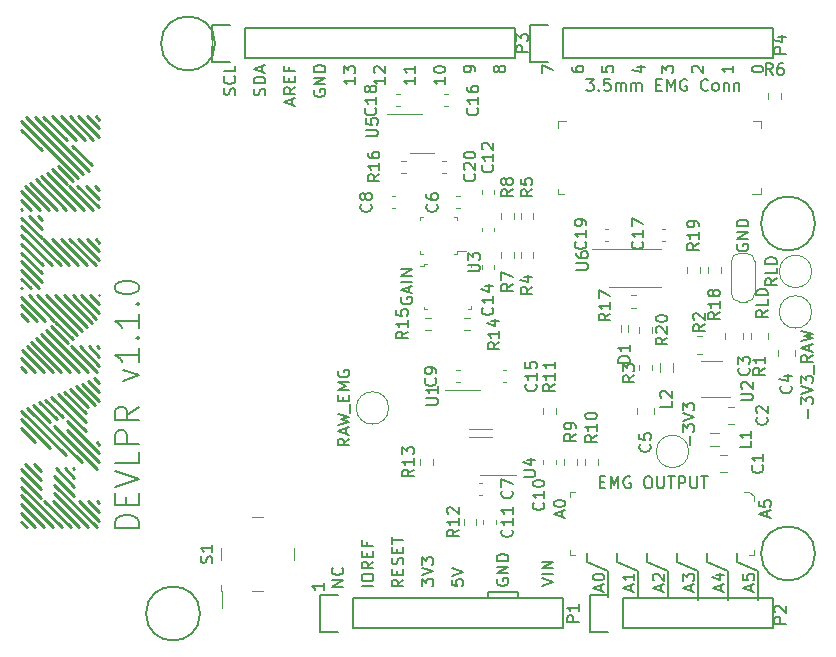
<source format=gto>
G04 #@! TF.GenerationSoftware,KiCad,Pcbnew,(5.1.9)-1*
G04 #@! TF.CreationDate,2021-12-17T16:24:56-06:00*
G04 #@! TF.ProjectId,DEVLPR,4445564c-5052-42e6-9b69-6361645f7063,rev?*
G04 #@! TF.SameCoordinates,Original*
G04 #@! TF.FileFunction,Legend,Top*
G04 #@! TF.FilePolarity,Positive*
%FSLAX46Y46*%
G04 Gerber Fmt 4.6, Leading zero omitted, Abs format (unit mm)*
G04 Created by KiCad (PCBNEW (5.1.9)-1) date 2021-12-17 16:24:56*
%MOMM*%
%LPD*%
G01*
G04 APERTURE LIST*
%ADD10C,0.200000*%
%ADD11C,0.150000*%
%ADD12C,0.250000*%
%ADD13C,0.100000*%
%ADD14C,0.120000*%
%ADD15R,1.300000X1.550000*%
%ADD16R,0.800000X0.600000*%
%ADD17C,2.020000*%
%ADD18R,1.500000X1.000000*%
%ADD19R,1.450000X0.450000*%
%ADD20R,1.220000X0.650000*%
%ADD21R,1.200000X1.200000*%
%ADD22R,1.500000X1.600000*%
%ADD23C,1.700000*%
%ADD24R,2.800000X2.800000*%
%ADD25R,2.200000X2.800000*%
%ADD26C,2.000000*%
%ADD27O,1.727200X2.032000*%
%ADD28C,4.064000*%
G04 APERTURE END LIST*
D10*
X157900666Y-115649285D02*
X157900666Y-115173095D01*
X158186380Y-115744523D02*
X157186380Y-115411190D01*
X158186380Y-115077857D01*
X157186380Y-114554047D02*
X157186380Y-114458809D01*
X157234000Y-114363571D01*
X157281619Y-114315952D01*
X157376857Y-114268333D01*
X157567333Y-114220714D01*
X157805428Y-114220714D01*
X157995904Y-114268333D01*
X158091142Y-114315952D01*
X158138761Y-114363571D01*
X158186380Y-114458809D01*
X158186380Y-114554047D01*
X158138761Y-114649285D01*
X158091142Y-114696904D01*
X157995904Y-114744523D01*
X157805428Y-114792142D01*
X157567333Y-114792142D01*
X157376857Y-114744523D01*
X157281619Y-114696904D01*
X157234000Y-114649285D01*
X157186380Y-114554047D01*
D11*
X172720000Y-118745000D02*
X172720000Y-119507000D01*
X170180000Y-118745000D02*
X170180000Y-119507000D01*
X167640000Y-118745000D02*
X167640000Y-119507000D01*
X165100000Y-119507000D02*
X166878000Y-120269000D01*
X162560000Y-119507000D02*
X164338000Y-120269000D01*
X160020000Y-119507000D02*
X160020000Y-118745000D01*
X164338000Y-122428000D02*
X164338000Y-120269000D01*
X161798000Y-120269000D02*
X161798000Y-122428000D01*
X160020000Y-119507000D02*
X161798000Y-120269000D01*
X172720000Y-119507000D02*
X174498000Y-120269000D01*
X174498000Y-120269000D02*
X174498000Y-122682000D01*
X170180000Y-119507000D02*
X171958000Y-120269000D01*
X171958000Y-120269000D02*
X171958000Y-122682000D01*
X169418000Y-120269000D02*
X169418000Y-122682000D01*
X167640000Y-119507000D02*
X169418000Y-120269000D01*
X165100000Y-118745000D02*
X165100000Y-119507000D01*
X166878000Y-120269000D02*
X166878000Y-122428000D01*
X162560000Y-118745000D02*
X162560000Y-119507000D01*
D10*
X175299666Y-115649285D02*
X175299666Y-115173095D01*
X175585380Y-115744523D02*
X174585380Y-115411190D01*
X175585380Y-115077857D01*
X174585380Y-114268333D02*
X174585380Y-114744523D01*
X175061571Y-114792142D01*
X175013952Y-114744523D01*
X174966333Y-114649285D01*
X174966333Y-114411190D01*
X175013952Y-114315952D01*
X175061571Y-114268333D01*
X175156809Y-114220714D01*
X175394904Y-114220714D01*
X175490142Y-114268333D01*
X175537761Y-114315952D01*
X175585380Y-114411190D01*
X175585380Y-114649285D01*
X175537761Y-114744523D01*
X175490142Y-114792142D01*
D12*
X116133692Y-87614565D02*
X118155648Y-89636522D01*
X115468628Y-81745788D02*
X117489082Y-83766246D01*
X114727403Y-81747914D02*
X116750360Y-83770870D01*
X113986178Y-81750040D02*
X116011636Y-83775497D01*
X113244949Y-81752172D02*
X117848363Y-86355609D01*
X112503602Y-81754291D02*
X117389537Y-86640228D01*
X117620520Y-87614568D02*
X118715790Y-88709832D01*
X113528464Y-90213042D02*
X113853493Y-90538068D01*
X114738284Y-86219152D02*
X116013260Y-87494131D01*
X118430031Y-92140953D02*
X118715790Y-92426713D01*
X112431443Y-87629195D02*
X114438768Y-89636519D01*
X112892785Y-87347188D02*
X115182119Y-89636519D01*
X112132428Y-88817007D02*
X112951939Y-89636519D01*
X118363873Y-87614562D02*
X118715792Y-87966479D01*
X112132426Y-82126470D02*
X116930820Y-86924864D01*
X117686551Y-92140954D02*
X118715787Y-93170191D01*
X116943200Y-92140954D02*
X118715787Y-93913543D01*
X115456374Y-92140953D02*
X117675924Y-94360501D01*
X116877063Y-87614546D02*
X118715812Y-89453285D01*
X112132426Y-88073532D02*
X113695415Y-89636519D01*
X116448842Y-84212704D02*
X118123259Y-85887121D01*
X112132430Y-82869942D02*
X113886265Y-84623763D01*
X113354255Y-87065178D02*
X115925596Y-89636518D01*
X114276940Y-86501164D02*
X117412298Y-89636522D01*
X116199850Y-92140954D02*
X118419400Y-94360504D01*
X115199640Y-85937131D02*
X116471996Y-87209480D01*
X113815597Y-86783170D02*
X116668945Y-89636522D01*
X114713021Y-92140954D02*
X116932571Y-94360504D01*
X112132423Y-94764066D02*
X113656771Y-96288411D01*
X114604094Y-99465911D02*
X116056031Y-100917850D01*
X113794588Y-100143108D02*
X117009356Y-103357876D01*
X113493570Y-96868561D02*
X116865662Y-100240655D01*
X112132426Y-98480945D02*
X112683185Y-99031708D01*
X112132423Y-95507418D02*
X112913418Y-96288411D01*
X112132426Y-96250766D02*
X112170069Y-96288411D01*
X112750219Y-96868558D02*
X114913365Y-99031705D01*
X112984953Y-100820305D02*
X115522528Y-103357880D01*
X118534824Y-114291298D02*
X118715785Y-114472259D01*
X115008910Y-99127251D02*
X116460847Y-100579190D01*
X115788654Y-111545124D02*
X116609039Y-112365512D01*
X116229487Y-104808190D02*
X117792851Y-106371554D01*
X112132426Y-102197830D02*
X113292473Y-103357878D01*
X115969613Y-108265199D02*
X118715785Y-111011371D01*
X116532130Y-111545124D02*
X116609039Y-111622036D01*
X112132426Y-96994244D02*
X114169889Y-99031705D01*
X115045301Y-111545124D02*
X116609039Y-113108861D01*
X118515816Y-109324701D02*
X118715787Y-109524670D01*
X112785111Y-90213042D02*
X113853491Y-91281421D01*
X112132428Y-89560358D02*
X112208589Y-89636519D01*
X112132423Y-90303707D02*
X113853488Y-92024769D01*
X112132423Y-97737595D02*
X113426536Y-99031708D01*
X117819738Y-101194733D02*
X118715787Y-102090780D01*
X116332912Y-101194728D02*
X118496060Y-103357878D01*
X113389736Y-100481677D02*
X116265978Y-103357903D01*
X118697279Y-96868561D02*
X118715792Y-96887074D01*
X118298591Y-103903760D02*
X118715787Y-104320959D01*
X112132426Y-102941306D02*
X112548998Y-103357878D01*
X112132423Y-108145017D02*
X113262457Y-109275051D01*
X113969666Y-92140950D02*
X116189218Y-94360499D01*
X113125894Y-106164956D02*
X114570827Y-107609889D01*
X117953928Y-96868561D02*
X118715790Y-97630420D01*
X114893730Y-107932790D02*
X118545333Y-111584392D01*
X112132423Y-91047057D02*
X115445868Y-94360499D01*
X117781346Y-104129868D02*
X118715787Y-105064307D01*
X117791474Y-114291298D02*
X118715787Y-115215609D01*
X114935000Y-112178176D02*
X116609042Y-113852215D01*
X112608649Y-106391063D02*
X117224707Y-111007122D01*
X117210450Y-96868561D02*
X118715787Y-98373898D01*
X112132426Y-91790534D02*
X114702390Y-94360499D01*
X117048123Y-114291298D02*
X118715787Y-115958960D01*
X112132423Y-94020712D02*
X113853491Y-95741778D01*
X117076387Y-101194730D02*
X118715787Y-102834130D01*
X114160383Y-105712616D02*
X115643209Y-107195442D01*
X114236918Y-96868561D02*
X117270478Y-99902120D01*
X114199277Y-99804448D02*
X117752709Y-103357878D01*
X112175444Y-101497498D02*
X114035824Y-103357878D01*
X116467100Y-96868561D02*
X118484804Y-98886265D01*
X112132423Y-92533886D02*
X113959039Y-94360499D01*
X115723747Y-96868558D02*
X118080111Y-99224922D01*
X112132426Y-93277235D02*
X113853488Y-94998300D01*
X114980271Y-96868561D02*
X117675171Y-99563460D01*
X117264016Y-104355934D02*
X118715769Y-105807681D01*
X112580135Y-101158838D02*
X114779177Y-103357880D01*
X115194998Y-105260403D02*
X117568368Y-107633777D01*
X112132426Y-107401541D02*
X114583333Y-109852449D01*
X116746730Y-104582083D02*
X118329478Y-106164833D01*
X115969615Y-107521848D02*
X118715785Y-110268020D01*
X112132423Y-106658188D02*
X115904081Y-110429849D01*
X115712244Y-105034296D02*
X117568370Y-106890424D01*
X114677626Y-105486511D02*
X117568370Y-108377252D01*
X113643137Y-105938724D02*
X115107081Y-107402667D01*
X118563089Y-101194730D02*
X118715787Y-101347427D01*
X116951205Y-81741536D02*
X118715790Y-83506122D01*
X116209980Y-81743662D02*
X118227934Y-83761617D01*
X118433781Y-81737283D02*
X118715792Y-82019290D01*
X117692432Y-81739407D02*
X118715790Y-82762768D01*
X112429567Y-111159569D02*
X113806465Y-112536467D01*
X112132426Y-113092605D02*
X115550665Y-116510848D01*
X114817944Y-114291298D02*
X117037494Y-116510848D01*
X114074593Y-114291298D02*
X116294143Y-116510848D01*
X112132426Y-112349131D02*
X113806468Y-114023170D01*
X112132426Y-115322784D02*
X113320486Y-116510848D01*
X112132423Y-111605778D02*
X113806465Y-113279819D01*
X112132423Y-116066137D02*
X112577133Y-116510848D01*
X112132423Y-114579307D02*
X114063962Y-116510848D01*
X112132426Y-113835957D02*
X114807314Y-116510848D01*
X114935000Y-112921651D02*
X118524197Y-116510846D01*
X113172917Y-111159569D02*
X113806465Y-111793117D01*
X114935000Y-113665000D02*
X117780844Y-116510848D01*
D10*
X132738761Y-79954285D02*
X132786380Y-79811428D01*
X132786380Y-79573333D01*
X132738761Y-79478095D01*
X132691142Y-79430476D01*
X132595904Y-79382857D01*
X132500666Y-79382857D01*
X132405428Y-79430476D01*
X132357809Y-79478095D01*
X132310190Y-79573333D01*
X132262571Y-79763809D01*
X132214952Y-79859047D01*
X132167333Y-79906666D01*
X132072095Y-79954285D01*
X131976857Y-79954285D01*
X131881619Y-79906666D01*
X131834000Y-79859047D01*
X131786380Y-79763809D01*
X131786380Y-79525714D01*
X131834000Y-79382857D01*
X132786380Y-78954285D02*
X131786380Y-78954285D01*
X131786380Y-78716190D01*
X131834000Y-78573333D01*
X131929238Y-78478095D01*
X132024476Y-78430476D01*
X132214952Y-78382857D01*
X132357809Y-78382857D01*
X132548285Y-78430476D01*
X132643523Y-78478095D01*
X132738761Y-78573333D01*
X132786380Y-78716190D01*
X132786380Y-78954285D01*
X132500666Y-78001904D02*
X132500666Y-77525714D01*
X132786380Y-78097142D02*
X131786380Y-77763809D01*
X132786380Y-77430476D01*
X130198761Y-79930476D02*
X130246380Y-79787619D01*
X130246380Y-79549523D01*
X130198761Y-79454285D01*
X130151142Y-79406666D01*
X130055904Y-79359047D01*
X129960666Y-79359047D01*
X129865428Y-79406666D01*
X129817809Y-79454285D01*
X129770190Y-79549523D01*
X129722571Y-79740000D01*
X129674952Y-79835238D01*
X129627333Y-79882857D01*
X129532095Y-79930476D01*
X129436857Y-79930476D01*
X129341619Y-79882857D01*
X129294000Y-79835238D01*
X129246380Y-79740000D01*
X129246380Y-79501904D01*
X129294000Y-79359047D01*
X130151142Y-78359047D02*
X130198761Y-78406666D01*
X130246380Y-78549523D01*
X130246380Y-78644761D01*
X130198761Y-78787619D01*
X130103523Y-78882857D01*
X130008285Y-78930476D01*
X129817809Y-78978095D01*
X129674952Y-78978095D01*
X129484476Y-78930476D01*
X129389238Y-78882857D01*
X129294000Y-78787619D01*
X129246380Y-78644761D01*
X129246380Y-78549523D01*
X129294000Y-78406666D01*
X129341619Y-78359047D01*
X130246380Y-77454285D02*
X130246380Y-77930476D01*
X129246380Y-77930476D01*
X135040666Y-80740047D02*
X135040666Y-80263857D01*
X135326380Y-80835285D02*
X134326380Y-80501952D01*
X135326380Y-80168619D01*
X135326380Y-79263857D02*
X134850190Y-79597190D01*
X135326380Y-79835285D02*
X134326380Y-79835285D01*
X134326380Y-79454333D01*
X134374000Y-79359095D01*
X134421619Y-79311476D01*
X134516857Y-79263857D01*
X134659714Y-79263857D01*
X134754952Y-79311476D01*
X134802571Y-79359095D01*
X134850190Y-79454333D01*
X134850190Y-79835285D01*
X134802571Y-78835285D02*
X134802571Y-78501952D01*
X135326380Y-78359095D02*
X135326380Y-78835285D01*
X134326380Y-78835285D01*
X134326380Y-78359095D01*
X134802571Y-77597190D02*
X134802571Y-77930523D01*
X135326380Y-77930523D02*
X134326380Y-77930523D01*
X134326380Y-77454333D01*
X136914000Y-79501904D02*
X136866380Y-79597142D01*
X136866380Y-79740000D01*
X136914000Y-79882857D01*
X137009238Y-79978095D01*
X137104476Y-80025714D01*
X137294952Y-80073333D01*
X137437809Y-80073333D01*
X137628285Y-80025714D01*
X137723523Y-79978095D01*
X137818761Y-79882857D01*
X137866380Y-79740000D01*
X137866380Y-79644761D01*
X137818761Y-79501904D01*
X137771142Y-79454285D01*
X137437809Y-79454285D01*
X137437809Y-79644761D01*
X137866380Y-79025714D02*
X136866380Y-79025714D01*
X137866380Y-78454285D01*
X136866380Y-78454285D01*
X137866380Y-77978095D02*
X136866380Y-77978095D01*
X136866380Y-77740000D01*
X136914000Y-77597142D01*
X137009238Y-77501904D01*
X137104476Y-77454285D01*
X137294952Y-77406666D01*
X137437809Y-77406666D01*
X137628285Y-77454285D01*
X137723523Y-77501904D01*
X137818761Y-77597142D01*
X137866380Y-77740000D01*
X137866380Y-77978095D01*
X140406380Y-78422476D02*
X140406380Y-78993904D01*
X140406380Y-78708190D02*
X139406380Y-78708190D01*
X139549238Y-78803428D01*
X139644476Y-78898666D01*
X139692095Y-78993904D01*
X139406380Y-78089142D02*
X139406380Y-77470095D01*
X139787333Y-77803428D01*
X139787333Y-77660571D01*
X139834952Y-77565333D01*
X139882571Y-77517714D01*
X139977809Y-77470095D01*
X140215904Y-77470095D01*
X140311142Y-77517714D01*
X140358761Y-77565333D01*
X140406380Y-77660571D01*
X140406380Y-77946285D01*
X140358761Y-78041523D01*
X140311142Y-78089142D01*
X142946380Y-78422476D02*
X142946380Y-78993904D01*
X142946380Y-78708190D02*
X141946380Y-78708190D01*
X142089238Y-78803428D01*
X142184476Y-78898666D01*
X142232095Y-78993904D01*
X142041619Y-78041523D02*
X141994000Y-77993904D01*
X141946380Y-77898666D01*
X141946380Y-77660571D01*
X141994000Y-77565333D01*
X142041619Y-77517714D01*
X142136857Y-77470095D01*
X142232095Y-77470095D01*
X142374952Y-77517714D01*
X142946380Y-78089142D01*
X142946380Y-77470095D01*
X145486380Y-78422476D02*
X145486380Y-78993904D01*
X145486380Y-78708190D02*
X144486380Y-78708190D01*
X144629238Y-78803428D01*
X144724476Y-78898666D01*
X144772095Y-78993904D01*
X145486380Y-77470095D02*
X145486380Y-78041523D01*
X145486380Y-77755809D02*
X144486380Y-77755809D01*
X144629238Y-77851047D01*
X144724476Y-77946285D01*
X144772095Y-78041523D01*
X148026380Y-78422476D02*
X148026380Y-78993904D01*
X148026380Y-78708190D02*
X147026380Y-78708190D01*
X147169238Y-78803428D01*
X147264476Y-78898666D01*
X147312095Y-78993904D01*
X147026380Y-77803428D02*
X147026380Y-77708190D01*
X147074000Y-77612952D01*
X147121619Y-77565333D01*
X147216857Y-77517714D01*
X147407333Y-77470095D01*
X147645428Y-77470095D01*
X147835904Y-77517714D01*
X147931142Y-77565333D01*
X147978761Y-77612952D01*
X148026380Y-77708190D01*
X148026380Y-77803428D01*
X147978761Y-77898666D01*
X147931142Y-77946285D01*
X147835904Y-77993904D01*
X147645428Y-78041523D01*
X147407333Y-78041523D01*
X147216857Y-77993904D01*
X147121619Y-77946285D01*
X147074000Y-77898666D01*
X147026380Y-77803428D01*
X150566380Y-77914476D02*
X150566380Y-77724000D01*
X150518761Y-77628761D01*
X150471142Y-77581142D01*
X150328285Y-77485904D01*
X150137809Y-77438285D01*
X149756857Y-77438285D01*
X149661619Y-77485904D01*
X149614000Y-77533523D01*
X149566380Y-77628761D01*
X149566380Y-77819238D01*
X149614000Y-77914476D01*
X149661619Y-77962095D01*
X149756857Y-78009714D01*
X149994952Y-78009714D01*
X150090190Y-77962095D01*
X150137809Y-77914476D01*
X150185428Y-77819238D01*
X150185428Y-77628761D01*
X150137809Y-77533523D01*
X150090190Y-77485904D01*
X149994952Y-77438285D01*
X152534952Y-77819238D02*
X152487333Y-77914476D01*
X152439714Y-77962095D01*
X152344476Y-78009714D01*
X152296857Y-78009714D01*
X152201619Y-77962095D01*
X152154000Y-77914476D01*
X152106380Y-77819238D01*
X152106380Y-77628761D01*
X152154000Y-77533523D01*
X152201619Y-77485904D01*
X152296857Y-77438285D01*
X152344476Y-77438285D01*
X152439714Y-77485904D01*
X152487333Y-77533523D01*
X152534952Y-77628761D01*
X152534952Y-77819238D01*
X152582571Y-77914476D01*
X152630190Y-77962095D01*
X152725428Y-78009714D01*
X152915904Y-78009714D01*
X153011142Y-77962095D01*
X153058761Y-77914476D01*
X153106380Y-77819238D01*
X153106380Y-77628761D01*
X153058761Y-77533523D01*
X153011142Y-77485904D01*
X152915904Y-77438285D01*
X152725428Y-77438285D01*
X152630190Y-77485904D01*
X152582571Y-77533523D01*
X152534952Y-77628761D01*
X156170380Y-78057333D02*
X156170380Y-77390666D01*
X157170380Y-77819238D01*
X158710380Y-77533523D02*
X158710380Y-77724000D01*
X158758000Y-77819238D01*
X158805619Y-77866857D01*
X158948476Y-77962095D01*
X159138952Y-78009714D01*
X159519904Y-78009714D01*
X159615142Y-77962095D01*
X159662761Y-77914476D01*
X159710380Y-77819238D01*
X159710380Y-77628761D01*
X159662761Y-77533523D01*
X159615142Y-77485904D01*
X159519904Y-77438285D01*
X159281809Y-77438285D01*
X159186571Y-77485904D01*
X159138952Y-77533523D01*
X159091333Y-77628761D01*
X159091333Y-77819238D01*
X159138952Y-77914476D01*
X159186571Y-77962095D01*
X159281809Y-78009714D01*
X161250380Y-77485904D02*
X161250380Y-77962095D01*
X161726571Y-78009714D01*
X161678952Y-77962095D01*
X161631333Y-77866857D01*
X161631333Y-77628761D01*
X161678952Y-77533523D01*
X161726571Y-77485904D01*
X161821809Y-77438285D01*
X162059904Y-77438285D01*
X162155142Y-77485904D01*
X162202761Y-77533523D01*
X162250380Y-77628761D01*
X162250380Y-77866857D01*
X162202761Y-77962095D01*
X162155142Y-78009714D01*
X164250714Y-77533523D02*
X164917380Y-77533523D01*
X163869761Y-77771619D02*
X164584047Y-78009714D01*
X164584047Y-77390666D01*
X166330380Y-78057333D02*
X166330380Y-77438285D01*
X166711333Y-77771619D01*
X166711333Y-77628761D01*
X166758952Y-77533523D01*
X166806571Y-77485904D01*
X166901809Y-77438285D01*
X167139904Y-77438285D01*
X167235142Y-77485904D01*
X167282761Y-77533523D01*
X167330380Y-77628761D01*
X167330380Y-77914476D01*
X167282761Y-78009714D01*
X167235142Y-78057333D01*
X168965619Y-78009714D02*
X168918000Y-77962095D01*
X168870380Y-77866857D01*
X168870380Y-77628761D01*
X168918000Y-77533523D01*
X168965619Y-77485904D01*
X169060857Y-77438285D01*
X169156095Y-77438285D01*
X169298952Y-77485904D01*
X169870380Y-78057333D01*
X169870380Y-77438285D01*
X172410380Y-77438285D02*
X172410380Y-78009714D01*
X172410380Y-77724000D02*
X171410380Y-77724000D01*
X171553238Y-77819238D01*
X171648476Y-77914476D01*
X171696095Y-78009714D01*
X173950380Y-77771619D02*
X173950380Y-77676380D01*
X173998000Y-77581142D01*
X174045619Y-77533523D01*
X174140857Y-77485904D01*
X174331333Y-77438285D01*
X174569428Y-77438285D01*
X174759904Y-77485904D01*
X174855142Y-77533523D01*
X174902761Y-77581142D01*
X174950380Y-77676380D01*
X174950380Y-77771619D01*
X174902761Y-77866857D01*
X174855142Y-77914476D01*
X174759904Y-77962095D01*
X174569428Y-78009714D01*
X174331333Y-78009714D01*
X174140857Y-77962095D01*
X174045619Y-77914476D01*
X173998000Y-77866857D01*
X173950380Y-77771619D01*
X156170380Y-121491238D02*
X157170380Y-121157904D01*
X156170380Y-120824571D01*
X157170380Y-120491238D02*
X156170380Y-120491238D01*
X157170380Y-120015047D02*
X156170380Y-120015047D01*
X157170380Y-119443619D01*
X156170380Y-119443619D01*
X139390380Y-121562714D02*
X138390380Y-121562714D01*
X139390380Y-120991285D01*
X138390380Y-120991285D01*
X139295142Y-119943666D02*
X139342761Y-119991285D01*
X139390380Y-120134142D01*
X139390380Y-120229380D01*
X139342761Y-120372238D01*
X139247523Y-120467476D01*
X139152285Y-120515095D01*
X138961809Y-120562714D01*
X138818952Y-120562714D01*
X138628476Y-120515095D01*
X138533238Y-120467476D01*
X138438000Y-120372238D01*
X138390380Y-120229380D01*
X138390380Y-120134142D01*
X138438000Y-119991285D01*
X138485619Y-119943666D01*
X141930380Y-121538761D02*
X140930380Y-121538761D01*
X140930380Y-120872095D02*
X140930380Y-120681619D01*
X140978000Y-120586380D01*
X141073238Y-120491142D01*
X141263714Y-120443523D01*
X141597047Y-120443523D01*
X141787523Y-120491142D01*
X141882761Y-120586380D01*
X141930380Y-120681619D01*
X141930380Y-120872095D01*
X141882761Y-120967333D01*
X141787523Y-121062571D01*
X141597047Y-121110190D01*
X141263714Y-121110190D01*
X141073238Y-121062571D01*
X140978000Y-120967333D01*
X140930380Y-120872095D01*
X141930380Y-119443523D02*
X141454190Y-119776857D01*
X141930380Y-120014952D02*
X140930380Y-120014952D01*
X140930380Y-119634000D01*
X140978000Y-119538761D01*
X141025619Y-119491142D01*
X141120857Y-119443523D01*
X141263714Y-119443523D01*
X141358952Y-119491142D01*
X141406571Y-119538761D01*
X141454190Y-119634000D01*
X141454190Y-120014952D01*
X141406571Y-119014952D02*
X141406571Y-118681619D01*
X141930380Y-118538761D02*
X141930380Y-119014952D01*
X140930380Y-119014952D01*
X140930380Y-118538761D01*
X141406571Y-117776857D02*
X141406571Y-118110190D01*
X141930380Y-118110190D02*
X140930380Y-118110190D01*
X140930380Y-117634000D01*
X144470380Y-120959380D02*
X143994190Y-121292714D01*
X144470380Y-121530809D02*
X143470380Y-121530809D01*
X143470380Y-121149857D01*
X143518000Y-121054619D01*
X143565619Y-121007000D01*
X143660857Y-120959380D01*
X143803714Y-120959380D01*
X143898952Y-121007000D01*
X143946571Y-121054619D01*
X143994190Y-121149857D01*
X143994190Y-121530809D01*
X143946571Y-120530809D02*
X143946571Y-120197476D01*
X144470380Y-120054619D02*
X144470380Y-120530809D01*
X143470380Y-120530809D01*
X143470380Y-120054619D01*
X144422761Y-119673666D02*
X144470380Y-119530809D01*
X144470380Y-119292714D01*
X144422761Y-119197476D01*
X144375142Y-119149857D01*
X144279904Y-119102238D01*
X144184666Y-119102238D01*
X144089428Y-119149857D01*
X144041809Y-119197476D01*
X143994190Y-119292714D01*
X143946571Y-119483190D01*
X143898952Y-119578428D01*
X143851333Y-119626047D01*
X143756095Y-119673666D01*
X143660857Y-119673666D01*
X143565619Y-119626047D01*
X143518000Y-119578428D01*
X143470380Y-119483190D01*
X143470380Y-119245095D01*
X143518000Y-119102238D01*
X143946571Y-118673666D02*
X143946571Y-118340333D01*
X144470380Y-118197476D02*
X144470380Y-118673666D01*
X143470380Y-118673666D01*
X143470380Y-118197476D01*
X143470380Y-117911761D02*
X143470380Y-117340333D01*
X144470380Y-117626047D02*
X143470380Y-117626047D01*
X146010380Y-121507095D02*
X146010380Y-120888047D01*
X146391333Y-121221380D01*
X146391333Y-121078523D01*
X146438952Y-120983285D01*
X146486571Y-120935666D01*
X146581809Y-120888047D01*
X146819904Y-120888047D01*
X146915142Y-120935666D01*
X146962761Y-120983285D01*
X147010380Y-121078523D01*
X147010380Y-121364238D01*
X146962761Y-121459476D01*
X146915142Y-121507095D01*
X146010380Y-120602333D02*
X147010380Y-120269000D01*
X146010380Y-119935666D01*
X146010380Y-119697571D02*
X146010380Y-119078523D01*
X146391333Y-119411857D01*
X146391333Y-119269000D01*
X146438952Y-119173761D01*
X146486571Y-119126142D01*
X146581809Y-119078523D01*
X146819904Y-119078523D01*
X146915142Y-119126142D01*
X146962761Y-119173761D01*
X147010380Y-119269000D01*
X147010380Y-119554714D01*
X146962761Y-119649952D01*
X146915142Y-119697571D01*
D11*
X151638000Y-122047000D02*
X154178000Y-122047000D01*
X154178000Y-122555000D02*
X154178000Y-122047000D01*
X151638000Y-122555000D02*
X151638000Y-122047000D01*
D10*
X152408000Y-120903904D02*
X152360380Y-120999142D01*
X152360380Y-121142000D01*
X152408000Y-121284857D01*
X152503238Y-121380095D01*
X152598476Y-121427714D01*
X152788952Y-121475333D01*
X152931809Y-121475333D01*
X153122285Y-121427714D01*
X153217523Y-121380095D01*
X153312761Y-121284857D01*
X153360380Y-121142000D01*
X153360380Y-121046761D01*
X153312761Y-120903904D01*
X153265142Y-120856285D01*
X152931809Y-120856285D01*
X152931809Y-121046761D01*
X153360380Y-120427714D02*
X152360380Y-120427714D01*
X153360380Y-119856285D01*
X152360380Y-119856285D01*
X153360380Y-119380095D02*
X152360380Y-119380095D01*
X152360380Y-119142000D01*
X152408000Y-118999142D01*
X152503238Y-118903904D01*
X152598476Y-118856285D01*
X152788952Y-118808666D01*
X152931809Y-118808666D01*
X153122285Y-118856285D01*
X153217523Y-118903904D01*
X153312761Y-118999142D01*
X153360380Y-119142000D01*
X153360380Y-119380095D01*
X148550380Y-120967476D02*
X148550380Y-121443666D01*
X149026571Y-121491285D01*
X148978952Y-121443666D01*
X148931333Y-121348428D01*
X148931333Y-121110333D01*
X148978952Y-121015095D01*
X149026571Y-120967476D01*
X149121809Y-120919857D01*
X149359904Y-120919857D01*
X149455142Y-120967476D01*
X149502761Y-121015095D01*
X149550380Y-121110333D01*
X149550380Y-121348428D01*
X149502761Y-121443666D01*
X149455142Y-121491285D01*
X148550380Y-120634142D02*
X149550380Y-120300809D01*
X148550380Y-119967476D01*
X173902666Y-121872285D02*
X173902666Y-121396095D01*
X174188380Y-121967523D02*
X173188380Y-121634190D01*
X174188380Y-121300857D01*
X173188380Y-120491333D02*
X173188380Y-120967523D01*
X173664571Y-121015142D01*
X173616952Y-120967523D01*
X173569333Y-120872285D01*
X173569333Y-120634190D01*
X173616952Y-120538952D01*
X173664571Y-120491333D01*
X173759809Y-120443714D01*
X173997904Y-120443714D01*
X174093142Y-120491333D01*
X174140761Y-120538952D01*
X174188380Y-120634190D01*
X174188380Y-120872285D01*
X174140761Y-120967523D01*
X174093142Y-121015142D01*
X171362666Y-121872285D02*
X171362666Y-121396095D01*
X171648380Y-121967523D02*
X170648380Y-121634190D01*
X171648380Y-121300857D01*
X170981714Y-120538952D02*
X171648380Y-120538952D01*
X170600761Y-120777047D02*
X171315047Y-121015142D01*
X171315047Y-120396095D01*
X168822666Y-121872285D02*
X168822666Y-121396095D01*
X169108380Y-121967523D02*
X168108380Y-121634190D01*
X169108380Y-121300857D01*
X168108380Y-121062761D02*
X168108380Y-120443714D01*
X168489333Y-120777047D01*
X168489333Y-120634190D01*
X168536952Y-120538952D01*
X168584571Y-120491333D01*
X168679809Y-120443714D01*
X168917904Y-120443714D01*
X169013142Y-120491333D01*
X169060761Y-120538952D01*
X169108380Y-120634190D01*
X169108380Y-120919904D01*
X169060761Y-121015142D01*
X169013142Y-121062761D01*
X166282666Y-121872285D02*
X166282666Y-121396095D01*
X166568380Y-121967523D02*
X165568380Y-121634190D01*
X166568380Y-121300857D01*
X165663619Y-121015142D02*
X165616000Y-120967523D01*
X165568380Y-120872285D01*
X165568380Y-120634190D01*
X165616000Y-120538952D01*
X165663619Y-120491333D01*
X165758857Y-120443714D01*
X165854095Y-120443714D01*
X165996952Y-120491333D01*
X166568380Y-121062761D01*
X166568380Y-120443714D01*
X163742666Y-121872285D02*
X163742666Y-121396095D01*
X164028380Y-121967523D02*
X163028380Y-121634190D01*
X164028380Y-121300857D01*
X164028380Y-120443714D02*
X164028380Y-121015142D01*
X164028380Y-120729428D02*
X163028380Y-120729428D01*
X163171238Y-120824666D01*
X163266476Y-120919904D01*
X163314095Y-121015142D01*
X161202666Y-121872285D02*
X161202666Y-121396095D01*
X161488380Y-121967523D02*
X160488380Y-121634190D01*
X161488380Y-121300857D01*
X160488380Y-120777047D02*
X160488380Y-120681809D01*
X160536000Y-120586571D01*
X160583619Y-120538952D01*
X160678857Y-120491333D01*
X160869333Y-120443714D01*
X161107428Y-120443714D01*
X161297904Y-120491333D01*
X161393142Y-120538952D01*
X161440761Y-120586571D01*
X161488380Y-120681809D01*
X161488380Y-120777047D01*
X161440761Y-120872285D01*
X161393142Y-120919904D01*
X161297904Y-120967523D01*
X161107428Y-121015142D01*
X160869333Y-121015142D01*
X160678857Y-120967523D01*
X160583619Y-120919904D01*
X160536000Y-120872285D01*
X160488380Y-120777047D01*
D11*
X122062761Y-116600571D02*
X120062761Y-116600571D01*
X120062761Y-116124380D01*
X120158000Y-115838666D01*
X120348476Y-115648190D01*
X120538952Y-115552952D01*
X120919904Y-115457714D01*
X121205619Y-115457714D01*
X121586571Y-115552952D01*
X121777047Y-115648190D01*
X121967523Y-115838666D01*
X122062761Y-116124380D01*
X122062761Y-116600571D01*
X121015142Y-114600571D02*
X121015142Y-113933904D01*
X122062761Y-113648190D02*
X122062761Y-114600571D01*
X120062761Y-114600571D01*
X120062761Y-113648190D01*
X120062761Y-113076761D02*
X122062761Y-112410095D01*
X120062761Y-111743428D01*
X122062761Y-110124380D02*
X122062761Y-111076761D01*
X120062761Y-111076761D01*
X122062761Y-109457714D02*
X120062761Y-109457714D01*
X120062761Y-108695809D01*
X120158000Y-108505333D01*
X120253238Y-108410095D01*
X120443714Y-108314857D01*
X120729428Y-108314857D01*
X120919904Y-108410095D01*
X121015142Y-108505333D01*
X121110380Y-108695809D01*
X121110380Y-109457714D01*
X122062761Y-106314857D02*
X121110380Y-106981523D01*
X122062761Y-107457714D02*
X120062761Y-107457714D01*
X120062761Y-106695809D01*
X120158000Y-106505333D01*
X120253238Y-106410095D01*
X120443714Y-106314857D01*
X120729428Y-106314857D01*
X120919904Y-106410095D01*
X121015142Y-106505333D01*
X121110380Y-106695809D01*
X121110380Y-107457714D01*
X120729428Y-104124380D02*
X122062761Y-103648190D01*
X120729428Y-103172000D01*
X122062761Y-101362476D02*
X122062761Y-102505333D01*
X122062761Y-101933904D02*
X120062761Y-101933904D01*
X120348476Y-102124380D01*
X120538952Y-102314857D01*
X120634190Y-102505333D01*
X121872285Y-100505333D02*
X121967523Y-100410095D01*
X122062761Y-100505333D01*
X121967523Y-100600571D01*
X121872285Y-100505333D01*
X122062761Y-100505333D01*
X122062761Y-98505333D02*
X122062761Y-99648190D01*
X122062761Y-99076761D02*
X120062761Y-99076761D01*
X120348476Y-99267238D01*
X120538952Y-99457714D01*
X120634190Y-99648190D01*
X121872285Y-97648190D02*
X121967523Y-97552952D01*
X122062761Y-97648190D01*
X121967523Y-97743428D01*
X121872285Y-97648190D01*
X122062761Y-97648190D01*
X120062761Y-96314857D02*
X120062761Y-96124380D01*
X120158000Y-95933904D01*
X120253238Y-95838666D01*
X120443714Y-95743428D01*
X120824666Y-95648190D01*
X121300857Y-95648190D01*
X121681809Y-95743428D01*
X121872285Y-95838666D01*
X121967523Y-95933904D01*
X122062761Y-96124380D01*
X122062761Y-96314857D01*
X121967523Y-96505333D01*
X121872285Y-96600571D01*
X121681809Y-96695809D01*
X121300857Y-96791047D01*
X120824666Y-96791047D01*
X120443714Y-96695809D01*
X120253238Y-96600571D01*
X120158000Y-96505333D01*
X120062761Y-96314857D01*
X137739380Y-121253285D02*
X137739380Y-121824714D01*
X137739380Y-121539000D02*
X136739380Y-121539000D01*
X136882238Y-121634238D01*
X136977476Y-121729476D01*
X137025095Y-121824714D01*
D13*
X129016000Y-121383000D02*
X129016000Y-121883000D01*
X129016000Y-121883000D02*
X129116000Y-121883000D01*
X129116000Y-121883000D02*
X129116000Y-122183000D01*
X129116000Y-122183000D02*
X129116000Y-123383000D01*
X129016000Y-118783000D02*
X129016000Y-119283000D01*
X129016000Y-118783000D02*
X129016000Y-118283000D01*
X135216000Y-118783000D02*
X135216000Y-118283000D01*
X135216000Y-118783000D02*
X135216000Y-119283000D01*
X132116000Y-115683000D02*
X132616000Y-115683000D01*
X132116000Y-115683000D02*
X131616000Y-115683000D01*
X132116000Y-121883000D02*
X132616000Y-121883000D01*
X132116000Y-121883000D02*
X131616000Y-121883000D01*
D14*
X164450500Y-100059258D02*
X164450500Y-99584742D01*
X165495500Y-100059258D02*
X165495500Y-99584742D01*
X163495000Y-99995000D02*
X163495000Y-99395000D01*
X162895000Y-99995000D02*
X162895000Y-99395000D01*
D13*
X179043000Y-94869000D02*
G75*
G03*
X179043000Y-94869000I-1370000J0D01*
G01*
D14*
X151143580Y-112774000D02*
X150862420Y-112774000D01*
X151143580Y-113794000D02*
X150862420Y-113794000D01*
X172228000Y-96777000D02*
X172228000Y-93977000D01*
X172928000Y-93327000D02*
X173528000Y-93327000D01*
X174228000Y-93977000D02*
X174228000Y-96777000D01*
X173528000Y-97427000D02*
X172928000Y-97427000D01*
X172928000Y-97427000D02*
G75*
G02*
X172228000Y-96727000I0J700000D01*
G01*
X174228000Y-96727000D02*
G75*
G02*
X173528000Y-97427000I-700000J0D01*
G01*
X173528000Y-93327000D02*
G75*
G02*
X174228000Y-94027000I0J-700000D01*
G01*
X172228000Y-94027000D02*
G75*
G02*
X172928000Y-93327000I700000J0D01*
G01*
X164084000Y-96225000D02*
X166284000Y-96225000D01*
X164084000Y-96225000D02*
X161884000Y-96225000D01*
X164084000Y-93005000D02*
X166284000Y-93005000D01*
X164084000Y-93005000D02*
X160484000Y-93005000D01*
X147050000Y-84805000D02*
X145050000Y-84805000D01*
X146050000Y-81565000D02*
X143050000Y-81565000D01*
X150003000Y-108870000D02*
X152003000Y-108870000D01*
X151003000Y-112110000D02*
X154003000Y-112110000D01*
D13*
X148747000Y-90221000D02*
X149047000Y-90221000D01*
X149047000Y-90221000D02*
X149047000Y-90521000D01*
X148747000Y-93421000D02*
X149047000Y-93421000D01*
X149047000Y-93421000D02*
X149047000Y-93121000D01*
X149047000Y-93121000D02*
X149747000Y-93121000D01*
X145847000Y-93121000D02*
X145847000Y-93421000D01*
X145847000Y-93421000D02*
X146147000Y-93421000D01*
X145847000Y-90521000D02*
X145847000Y-90221000D01*
X145847000Y-90221000D02*
X146147000Y-90221000D01*
D14*
X171441000Y-102453000D02*
X169681000Y-102453000D01*
X169681000Y-105523000D02*
X172111000Y-105523000D01*
X152003000Y-108173000D02*
X150003000Y-108173000D01*
X151003000Y-104933000D02*
X148003000Y-104933000D01*
D13*
X168629000Y-110109000D02*
G75*
G03*
X168629000Y-110109000I-1370000J0D01*
G01*
X179043000Y-98298000D02*
G75*
G03*
X179043000Y-98298000I-1370000J0D01*
G01*
D14*
X169559500Y-94504742D02*
X169559500Y-94979258D01*
X168514500Y-94504742D02*
X168514500Y-94979258D01*
X170292500Y-94979258D02*
X170292500Y-94504742D01*
X171337500Y-94979258D02*
X171337500Y-94504742D01*
X164194258Y-97931500D02*
X163719742Y-97931500D01*
X164194258Y-96886500D02*
X163719742Y-96886500D01*
X146795258Y-99836500D02*
X146320742Y-99836500D01*
X146795258Y-98791500D02*
X146320742Y-98791500D01*
X156322500Y-106917258D02*
X156322500Y-106442742D01*
X157367500Y-106917258D02*
X157367500Y-106442742D01*
X160923500Y-110760742D02*
X160923500Y-111235258D01*
X159878500Y-110760742D02*
X159878500Y-111235258D01*
X164450500Y-103234258D02*
X164450500Y-102759742D01*
X165495500Y-103234258D02*
X165495500Y-102759742D01*
X169317936Y-100357000D02*
X169772064Y-100357000D01*
X169317936Y-101827000D02*
X169772064Y-101827000D01*
X175360000Y-100102936D02*
X175360000Y-100557064D01*
X173890000Y-100102936D02*
X173890000Y-100557064D01*
X166191000Y-103396622D02*
X166191000Y-102597378D01*
X167311000Y-103396622D02*
X167311000Y-102597378D01*
X170415378Y-108533000D02*
X171214622Y-108533000D01*
X170415378Y-109653000D02*
X171214622Y-109653000D01*
X143877420Y-79881000D02*
X144158580Y-79881000D01*
X143877420Y-80901000D02*
X144158580Y-80901000D01*
X148222580Y-80901000D02*
X147941420Y-80901000D01*
X148222580Y-79881000D02*
X147941420Y-79881000D01*
X153175580Y-104269000D02*
X152894420Y-104269000D01*
X153175580Y-103249000D02*
X152894420Y-103249000D01*
X151128000Y-94628580D02*
X151128000Y-94347420D01*
X152148000Y-94628580D02*
X152148000Y-94347420D01*
X151128000Y-91453580D02*
X151128000Y-91172420D01*
X152148000Y-91453580D02*
X152148000Y-91172420D01*
X151128000Y-88278580D02*
X151128000Y-87997420D01*
X152148000Y-88278580D02*
X152148000Y-87997420D01*
X165708000Y-106418748D02*
X165708000Y-106941252D01*
X164238000Y-106418748D02*
X164238000Y-106941252D01*
X177646000Y-101526748D02*
X177646000Y-102049252D01*
X176176000Y-101526748D02*
X176176000Y-102049252D01*
X173201000Y-100068748D02*
X173201000Y-100591252D01*
X171731000Y-100068748D02*
X171731000Y-100591252D01*
X171950748Y-106326000D02*
X172473252Y-106326000D01*
X171950748Y-107796000D02*
X172473252Y-107796000D01*
X171315748Y-110390000D02*
X171838252Y-110390000D01*
X171315748Y-111860000D02*
X171838252Y-111860000D01*
X144263342Y-85481900D02*
X144737858Y-85481900D01*
X144263342Y-86526900D02*
X144737858Y-86526900D01*
X149591500Y-116315258D02*
X149591500Y-115840742D01*
X150636500Y-116315258D02*
X150636500Y-115840742D01*
X150097258Y-99836500D02*
X149622742Y-99836500D01*
X150097258Y-98791500D02*
X149622742Y-98791500D01*
X152766500Y-90407258D02*
X152766500Y-89932742D01*
X153811500Y-90407258D02*
X153811500Y-89932742D01*
X153811500Y-93234742D02*
X153811500Y-93709258D01*
X152766500Y-93234742D02*
X152766500Y-93709258D01*
X175372500Y-80247258D02*
X175372500Y-79772742D01*
X176417500Y-80247258D02*
X176417500Y-79772742D01*
X158100500Y-111235258D02*
X158100500Y-110760742D01*
X159145500Y-111235258D02*
X159145500Y-110760742D01*
D13*
X150209000Y-94239000D02*
X149959000Y-94239000D01*
X150209000Y-94239000D02*
X150209000Y-94489000D01*
X150209000Y-98039000D02*
X149959000Y-98039000D01*
X150209000Y-98039000D02*
X150209000Y-97789000D01*
X146209000Y-98039000D02*
X146209000Y-97839000D01*
X146209000Y-98039000D02*
X146459000Y-98039000D01*
X146459000Y-94239000D02*
X146209000Y-94239000D01*
X146209000Y-94239000D02*
X146209000Y-94439000D01*
X146209000Y-94439000D02*
X145859000Y-94439000D01*
D14*
X147763620Y-85494400D02*
X148044780Y-85494400D01*
X147763620Y-86514400D02*
X148044780Y-86514400D01*
X161530420Y-91311000D02*
X161811580Y-91311000D01*
X161530420Y-92331000D02*
X161811580Y-92331000D01*
X166637580Y-92331000D02*
X166356420Y-92331000D01*
X166637580Y-91311000D02*
X166356420Y-91311000D01*
X152275000Y-115937420D02*
X152275000Y-116218580D01*
X151255000Y-115937420D02*
X151255000Y-116218580D01*
D13*
X143229000Y-106426000D02*
G75*
G03*
X143229000Y-106426000I-1370000J0D01*
G01*
D14*
X143496420Y-88517000D02*
X143777580Y-88517000D01*
X143496420Y-89537000D02*
X143777580Y-89537000D01*
D13*
X174781000Y-82692000D02*
X174781000Y-82092000D01*
X174781000Y-82092000D02*
X174056000Y-82092000D01*
X174006000Y-88342000D02*
X174781000Y-88342000D01*
X174781000Y-88342000D02*
X174781000Y-87767000D01*
X157531000Y-82692000D02*
X157531000Y-82092000D01*
X157531000Y-82092000D02*
X158206000Y-82092000D01*
X158081000Y-88342000D02*
X157531000Y-88342000D01*
X157531000Y-88342000D02*
X157531000Y-87867000D01*
X173770000Y-113535000D02*
X174130000Y-113895000D01*
X158620000Y-118835000D02*
X159020000Y-118835000D01*
X158620000Y-118835000D02*
X158620000Y-118435000D01*
X158620000Y-113535000D02*
X158620000Y-113935000D01*
X158620000Y-113535000D02*
X159020000Y-113535000D01*
X173770000Y-113535000D02*
X173320000Y-113535000D01*
X174130000Y-113895000D02*
X174130000Y-114325000D01*
X174120000Y-118835000D02*
X173720000Y-118835000D01*
X174120000Y-118835000D02*
X174120000Y-118435000D01*
D14*
X154417500Y-93709258D02*
X154417500Y-93234742D01*
X155462500Y-93709258D02*
X155462500Y-93234742D01*
X155462500Y-89932742D02*
X155462500Y-90407258D01*
X154417500Y-89932742D02*
X154417500Y-90407258D01*
X146953500Y-110760742D02*
X146953500Y-111235258D01*
X145908500Y-110760742D02*
X145908500Y-111235258D01*
X149238580Y-89537000D02*
X148957420Y-89537000D01*
X149238580Y-88517000D02*
X148957420Y-88517000D01*
X148957420Y-103249000D02*
X149238580Y-103249000D01*
X148957420Y-104269000D02*
X149238580Y-104269000D01*
X156335000Y-111138580D02*
X156335000Y-110857420D01*
X157355000Y-111138580D02*
X157355000Y-110857420D01*
D11*
X137388000Y-122275000D02*
X137388000Y-125375000D01*
X138938000Y-122275000D02*
X137388000Y-122275000D01*
X140208000Y-125095000D02*
X140208000Y-122555000D01*
X137388000Y-125375000D02*
X138938000Y-125375000D01*
X157988000Y-122555000D02*
X140208000Y-122555000D01*
X157988000Y-125095000D02*
X157988000Y-122555000D01*
X140208000Y-125095000D02*
X157988000Y-125095000D01*
X160248000Y-122275000D02*
X160248000Y-125375000D01*
X161798000Y-122275000D02*
X160248000Y-122275000D01*
X163068000Y-125095000D02*
X163068000Y-122555000D01*
X160248000Y-125375000D02*
X161798000Y-125375000D01*
X175768000Y-122555000D02*
X163068000Y-122555000D01*
X175768000Y-125095000D02*
X175768000Y-122555000D01*
X163068000Y-125095000D02*
X175768000Y-125095000D01*
X128244000Y-74015000D02*
X128244000Y-77115000D01*
X129794000Y-74015000D02*
X128244000Y-74015000D01*
X131064000Y-76835000D02*
X131064000Y-74295000D01*
X128244000Y-77115000D02*
X129794000Y-77115000D01*
X153924000Y-74295000D02*
X131064000Y-74295000D01*
X153924000Y-76835000D02*
X153924000Y-74295000D01*
X131064000Y-76835000D02*
X153924000Y-76835000D01*
X155168000Y-74015000D02*
X155168000Y-77115000D01*
X156718000Y-74015000D02*
X155168000Y-74015000D01*
X157988000Y-76835000D02*
X157988000Y-74295000D01*
X155168000Y-77115000D02*
X156718000Y-77115000D01*
X175768000Y-74295000D02*
X157988000Y-74295000D01*
X175768000Y-76835000D02*
X175768000Y-74295000D01*
X157988000Y-76835000D02*
X175768000Y-76835000D01*
X127254000Y-123825000D02*
G75*
G03*
X127254000Y-123825000I-2286000J0D01*
G01*
X179324000Y-118745000D02*
G75*
G03*
X179324000Y-118745000I-2286000J0D01*
G01*
X128524000Y-75565000D02*
G75*
G03*
X128524000Y-75565000I-2286000J0D01*
G01*
X179324000Y-90805000D02*
G75*
G03*
X179324000Y-90805000I-2286000J0D01*
G01*
X128250761Y-119544904D02*
X128298380Y-119402047D01*
X128298380Y-119163952D01*
X128250761Y-119068714D01*
X128203142Y-119021095D01*
X128107904Y-118973476D01*
X128012666Y-118973476D01*
X127917428Y-119021095D01*
X127869809Y-119068714D01*
X127822190Y-119163952D01*
X127774571Y-119354428D01*
X127726952Y-119449666D01*
X127679333Y-119497285D01*
X127584095Y-119544904D01*
X127488857Y-119544904D01*
X127393619Y-119497285D01*
X127346000Y-119449666D01*
X127298380Y-119354428D01*
X127298380Y-119116333D01*
X127346000Y-118973476D01*
X128298380Y-118021095D02*
X128298380Y-118592523D01*
X128298380Y-118306809D02*
X127298380Y-118306809D01*
X127441238Y-118402047D01*
X127536476Y-118497285D01*
X127584095Y-118592523D01*
X166822380Y-100464857D02*
X166346190Y-100798190D01*
X166822380Y-101036285D02*
X165822380Y-101036285D01*
X165822380Y-100655333D01*
X165870000Y-100560095D01*
X165917619Y-100512476D01*
X166012857Y-100464857D01*
X166155714Y-100464857D01*
X166250952Y-100512476D01*
X166298571Y-100560095D01*
X166346190Y-100655333D01*
X166346190Y-101036285D01*
X165917619Y-100083904D02*
X165870000Y-100036285D01*
X165822380Y-99941047D01*
X165822380Y-99702952D01*
X165870000Y-99607714D01*
X165917619Y-99560095D01*
X166012857Y-99512476D01*
X166108095Y-99512476D01*
X166250952Y-99560095D01*
X166822380Y-100131523D01*
X166822380Y-99512476D01*
X165822380Y-98893428D02*
X165822380Y-98798190D01*
X165870000Y-98702952D01*
X165917619Y-98655333D01*
X166012857Y-98607714D01*
X166203333Y-98560095D01*
X166441428Y-98560095D01*
X166631904Y-98607714D01*
X166727142Y-98655333D01*
X166774761Y-98702952D01*
X166822380Y-98798190D01*
X166822380Y-98893428D01*
X166774761Y-98988666D01*
X166727142Y-99036285D01*
X166631904Y-99083904D01*
X166441428Y-99131523D01*
X166203333Y-99131523D01*
X166012857Y-99083904D01*
X165917619Y-99036285D01*
X165870000Y-98988666D01*
X165822380Y-98893428D01*
X163647380Y-102592095D02*
X162647380Y-102592095D01*
X162647380Y-102354000D01*
X162695000Y-102211142D01*
X162790238Y-102115904D01*
X162885476Y-102068285D01*
X163075952Y-102020666D01*
X163218809Y-102020666D01*
X163409285Y-102068285D01*
X163504523Y-102115904D01*
X163599761Y-102211142D01*
X163647380Y-102354000D01*
X163647380Y-102592095D01*
X163647380Y-101068285D02*
X163647380Y-101639714D01*
X163647380Y-101354000D02*
X162647380Y-101354000D01*
X162790238Y-101449238D01*
X162885476Y-101544476D01*
X162933095Y-101639714D01*
X176093380Y-95464238D02*
X175617190Y-95797571D01*
X176093380Y-96035666D02*
X175093380Y-96035666D01*
X175093380Y-95654714D01*
X175141000Y-95559476D01*
X175188619Y-95511857D01*
X175283857Y-95464238D01*
X175426714Y-95464238D01*
X175521952Y-95511857D01*
X175569571Y-95559476D01*
X175617190Y-95654714D01*
X175617190Y-96035666D01*
X176093380Y-94559476D02*
X176093380Y-95035666D01*
X175093380Y-95035666D01*
X176093380Y-94226142D02*
X175093380Y-94226142D01*
X175093380Y-93988047D01*
X175141000Y-93845190D01*
X175236238Y-93749952D01*
X175331476Y-93702333D01*
X175521952Y-93654714D01*
X175664809Y-93654714D01*
X175855285Y-93702333D01*
X175950523Y-93749952D01*
X176045761Y-93845190D01*
X176093380Y-93988047D01*
X176093380Y-94226142D01*
X153646142Y-113450666D02*
X153693761Y-113498285D01*
X153741380Y-113641142D01*
X153741380Y-113736380D01*
X153693761Y-113879238D01*
X153598523Y-113974476D01*
X153503285Y-114022095D01*
X153312809Y-114069714D01*
X153169952Y-114069714D01*
X152979476Y-114022095D01*
X152884238Y-113974476D01*
X152789000Y-113879238D01*
X152741380Y-113736380D01*
X152741380Y-113641142D01*
X152789000Y-113498285D01*
X152836619Y-113450666D01*
X152741380Y-113117333D02*
X152741380Y-112450666D01*
X153741380Y-112879238D01*
X175331380Y-98131238D02*
X174855190Y-98464571D01*
X175331380Y-98702666D02*
X174331380Y-98702666D01*
X174331380Y-98321714D01*
X174379000Y-98226476D01*
X174426619Y-98178857D01*
X174521857Y-98131238D01*
X174664714Y-98131238D01*
X174759952Y-98178857D01*
X174807571Y-98226476D01*
X174855190Y-98321714D01*
X174855190Y-98702666D01*
X175331380Y-97226476D02*
X175331380Y-97702666D01*
X174331380Y-97702666D01*
X175331380Y-96893142D02*
X174331380Y-96893142D01*
X174331380Y-96655047D01*
X174379000Y-96512190D01*
X174474238Y-96416952D01*
X174569476Y-96369333D01*
X174759952Y-96321714D01*
X174902809Y-96321714D01*
X175093285Y-96369333D01*
X175188523Y-96416952D01*
X175283761Y-96512190D01*
X175331380Y-96655047D01*
X175331380Y-96893142D01*
X172728000Y-92582904D02*
X172680380Y-92678142D01*
X172680380Y-92821000D01*
X172728000Y-92963857D01*
X172823238Y-93059095D01*
X172918476Y-93106714D01*
X173108952Y-93154333D01*
X173251809Y-93154333D01*
X173442285Y-93106714D01*
X173537523Y-93059095D01*
X173632761Y-92963857D01*
X173680380Y-92821000D01*
X173680380Y-92725761D01*
X173632761Y-92582904D01*
X173585142Y-92535285D01*
X173251809Y-92535285D01*
X173251809Y-92725761D01*
X173680380Y-92106714D02*
X172680380Y-92106714D01*
X173680380Y-91535285D01*
X172680380Y-91535285D01*
X173680380Y-91059095D02*
X172680380Y-91059095D01*
X172680380Y-90821000D01*
X172728000Y-90678142D01*
X172823238Y-90582904D01*
X172918476Y-90535285D01*
X173108952Y-90487666D01*
X173251809Y-90487666D01*
X173442285Y-90535285D01*
X173537523Y-90582904D01*
X173632761Y-90678142D01*
X173680380Y-90821000D01*
X173680380Y-91059095D01*
X159091380Y-94741904D02*
X159900904Y-94741904D01*
X159996142Y-94694285D01*
X160043761Y-94646666D01*
X160091380Y-94551428D01*
X160091380Y-94360952D01*
X160043761Y-94265714D01*
X159996142Y-94218095D01*
X159900904Y-94170476D01*
X159091380Y-94170476D01*
X159091380Y-93265714D02*
X159091380Y-93456190D01*
X159139000Y-93551428D01*
X159186619Y-93599047D01*
X159329476Y-93694285D01*
X159519952Y-93741904D01*
X159900904Y-93741904D01*
X159996142Y-93694285D01*
X160043761Y-93646666D01*
X160091380Y-93551428D01*
X160091380Y-93360952D01*
X160043761Y-93265714D01*
X159996142Y-93218095D01*
X159900904Y-93170476D01*
X159662809Y-93170476D01*
X159567571Y-93218095D01*
X159519952Y-93265714D01*
X159472333Y-93360952D01*
X159472333Y-93551428D01*
X159519952Y-93646666D01*
X159567571Y-93694285D01*
X159662809Y-93741904D01*
X141311380Y-83438904D02*
X142120904Y-83438904D01*
X142216142Y-83391285D01*
X142263761Y-83343666D01*
X142311380Y-83248428D01*
X142311380Y-83057952D01*
X142263761Y-82962714D01*
X142216142Y-82915095D01*
X142120904Y-82867476D01*
X141311380Y-82867476D01*
X141311380Y-81915095D02*
X141311380Y-82391285D01*
X141787571Y-82438904D01*
X141739952Y-82391285D01*
X141692333Y-82296047D01*
X141692333Y-82057952D01*
X141739952Y-81962714D01*
X141787571Y-81915095D01*
X141882809Y-81867476D01*
X142120904Y-81867476D01*
X142216142Y-81915095D01*
X142263761Y-81962714D01*
X142311380Y-82057952D01*
X142311380Y-82296047D01*
X142263761Y-82391285D01*
X142216142Y-82438904D01*
X154646380Y-112267904D02*
X155455904Y-112267904D01*
X155551142Y-112220285D01*
X155598761Y-112172666D01*
X155646380Y-112077428D01*
X155646380Y-111886952D01*
X155598761Y-111791714D01*
X155551142Y-111744095D01*
X155455904Y-111696476D01*
X154646380Y-111696476D01*
X154979714Y-110791714D02*
X155646380Y-110791714D01*
X154598761Y-111029809D02*
X155313047Y-111267904D01*
X155313047Y-110648857D01*
X149947380Y-94868904D02*
X150756904Y-94868904D01*
X150852142Y-94821285D01*
X150899761Y-94773666D01*
X150947380Y-94678428D01*
X150947380Y-94487952D01*
X150899761Y-94392714D01*
X150852142Y-94345095D01*
X150756904Y-94297476D01*
X149947380Y-94297476D01*
X149947380Y-93916523D02*
X149947380Y-93297476D01*
X150328333Y-93630809D01*
X150328333Y-93487952D01*
X150375952Y-93392714D01*
X150423571Y-93345095D01*
X150518809Y-93297476D01*
X150756904Y-93297476D01*
X150852142Y-93345095D01*
X150899761Y-93392714D01*
X150947380Y-93487952D01*
X150947380Y-93773666D01*
X150899761Y-93868904D01*
X150852142Y-93916523D01*
X173061380Y-105790904D02*
X173870904Y-105790904D01*
X173966142Y-105743285D01*
X174013761Y-105695666D01*
X174061380Y-105600428D01*
X174061380Y-105409952D01*
X174013761Y-105314714D01*
X173966142Y-105267095D01*
X173870904Y-105219476D01*
X173061380Y-105219476D01*
X173156619Y-104790904D02*
X173109000Y-104743285D01*
X173061380Y-104648047D01*
X173061380Y-104409952D01*
X173109000Y-104314714D01*
X173156619Y-104267095D01*
X173251857Y-104219476D01*
X173347095Y-104219476D01*
X173489952Y-104267095D01*
X174061380Y-104838523D01*
X174061380Y-104219476D01*
X146391380Y-106171904D02*
X147200904Y-106171904D01*
X147296142Y-106124285D01*
X147343761Y-106076666D01*
X147391380Y-105981428D01*
X147391380Y-105790952D01*
X147343761Y-105695714D01*
X147296142Y-105648095D01*
X147200904Y-105600476D01*
X146391380Y-105600476D01*
X147391380Y-104600476D02*
X147391380Y-105171904D01*
X147391380Y-104886190D02*
X146391380Y-104886190D01*
X146534238Y-104981428D01*
X146629476Y-105076666D01*
X146677095Y-105171904D01*
X168727428Y-109584904D02*
X168727428Y-108823000D01*
X168108380Y-108442047D02*
X168108380Y-107823000D01*
X168489333Y-108156333D01*
X168489333Y-108013476D01*
X168536952Y-107918238D01*
X168584571Y-107870619D01*
X168679809Y-107823000D01*
X168917904Y-107823000D01*
X169013142Y-107870619D01*
X169060761Y-107918238D01*
X169108380Y-108013476D01*
X169108380Y-108299190D01*
X169060761Y-108394428D01*
X169013142Y-108442047D01*
X168108380Y-107537285D02*
X169108380Y-107203952D01*
X168108380Y-106870619D01*
X168108380Y-106632523D02*
X168108380Y-106013476D01*
X168489333Y-106346809D01*
X168489333Y-106203952D01*
X168536952Y-106108714D01*
X168584571Y-106061095D01*
X168679809Y-106013476D01*
X168917904Y-106013476D01*
X169013142Y-106061095D01*
X169060761Y-106108714D01*
X169108380Y-106203952D01*
X169108380Y-106489666D01*
X169060761Y-106584904D01*
X169013142Y-106632523D01*
X178760428Y-107274857D02*
X178760428Y-106512952D01*
X178141380Y-106132000D02*
X178141380Y-105512952D01*
X178522333Y-105846285D01*
X178522333Y-105703428D01*
X178569952Y-105608190D01*
X178617571Y-105560571D01*
X178712809Y-105512952D01*
X178950904Y-105512952D01*
X179046142Y-105560571D01*
X179093761Y-105608190D01*
X179141380Y-105703428D01*
X179141380Y-105989142D01*
X179093761Y-106084380D01*
X179046142Y-106132000D01*
X178141380Y-105227238D02*
X179141380Y-104893904D01*
X178141380Y-104560571D01*
X178141380Y-104322476D02*
X178141380Y-103703428D01*
X178522333Y-104036761D01*
X178522333Y-103893904D01*
X178569952Y-103798666D01*
X178617571Y-103751047D01*
X178712809Y-103703428D01*
X178950904Y-103703428D01*
X179046142Y-103751047D01*
X179093761Y-103798666D01*
X179141380Y-103893904D01*
X179141380Y-104179619D01*
X179093761Y-104274857D01*
X179046142Y-104322476D01*
X179236619Y-103512952D02*
X179236619Y-102751047D01*
X179141380Y-101941523D02*
X178665190Y-102274857D01*
X179141380Y-102512952D02*
X178141380Y-102512952D01*
X178141380Y-102132000D01*
X178189000Y-102036761D01*
X178236619Y-101989142D01*
X178331857Y-101941523D01*
X178474714Y-101941523D01*
X178569952Y-101989142D01*
X178617571Y-102036761D01*
X178665190Y-102132000D01*
X178665190Y-102512952D01*
X178855666Y-101560571D02*
X178855666Y-101084380D01*
X179141380Y-101655809D02*
X178141380Y-101322476D01*
X179141380Y-100989142D01*
X178141380Y-100751047D02*
X179141380Y-100512952D01*
X178427095Y-100322476D01*
X179141380Y-100132000D01*
X178141380Y-99893904D01*
X169489380Y-92463857D02*
X169013190Y-92797190D01*
X169489380Y-93035285D02*
X168489380Y-93035285D01*
X168489380Y-92654333D01*
X168537000Y-92559095D01*
X168584619Y-92511476D01*
X168679857Y-92463857D01*
X168822714Y-92463857D01*
X168917952Y-92511476D01*
X168965571Y-92559095D01*
X169013190Y-92654333D01*
X169013190Y-93035285D01*
X169489380Y-91511476D02*
X169489380Y-92082904D01*
X169489380Y-91797190D02*
X168489380Y-91797190D01*
X168632238Y-91892428D01*
X168727476Y-91987666D01*
X168775095Y-92082904D01*
X169489380Y-91035285D02*
X169489380Y-90844809D01*
X169441761Y-90749571D01*
X169394142Y-90701952D01*
X169251285Y-90606714D01*
X169060809Y-90559095D01*
X168679857Y-90559095D01*
X168584619Y-90606714D01*
X168537000Y-90654333D01*
X168489380Y-90749571D01*
X168489380Y-90940047D01*
X168537000Y-91035285D01*
X168584619Y-91082904D01*
X168679857Y-91130523D01*
X168917952Y-91130523D01*
X169013190Y-91082904D01*
X169060809Y-91035285D01*
X169108428Y-90940047D01*
X169108428Y-90749571D01*
X169060809Y-90654333D01*
X169013190Y-90606714D01*
X168917952Y-90559095D01*
X171267380Y-98305857D02*
X170791190Y-98639190D01*
X171267380Y-98877285D02*
X170267380Y-98877285D01*
X170267380Y-98496333D01*
X170315000Y-98401095D01*
X170362619Y-98353476D01*
X170457857Y-98305857D01*
X170600714Y-98305857D01*
X170695952Y-98353476D01*
X170743571Y-98401095D01*
X170791190Y-98496333D01*
X170791190Y-98877285D01*
X171267380Y-97353476D02*
X171267380Y-97924904D01*
X171267380Y-97639190D02*
X170267380Y-97639190D01*
X170410238Y-97734428D01*
X170505476Y-97829666D01*
X170553095Y-97924904D01*
X170695952Y-96782047D02*
X170648333Y-96877285D01*
X170600714Y-96924904D01*
X170505476Y-96972523D01*
X170457857Y-96972523D01*
X170362619Y-96924904D01*
X170315000Y-96877285D01*
X170267380Y-96782047D01*
X170267380Y-96591571D01*
X170315000Y-96496333D01*
X170362619Y-96448714D01*
X170457857Y-96401095D01*
X170505476Y-96401095D01*
X170600714Y-96448714D01*
X170648333Y-96496333D01*
X170695952Y-96591571D01*
X170695952Y-96782047D01*
X170743571Y-96877285D01*
X170791190Y-96924904D01*
X170886428Y-96972523D01*
X171076904Y-96972523D01*
X171172142Y-96924904D01*
X171219761Y-96877285D01*
X171267380Y-96782047D01*
X171267380Y-96591571D01*
X171219761Y-96496333D01*
X171172142Y-96448714D01*
X171076904Y-96401095D01*
X170886428Y-96401095D01*
X170791190Y-96448714D01*
X170743571Y-96496333D01*
X170695952Y-96591571D01*
X161996380Y-98432857D02*
X161520190Y-98766190D01*
X161996380Y-99004285D02*
X160996380Y-99004285D01*
X160996380Y-98623333D01*
X161044000Y-98528095D01*
X161091619Y-98480476D01*
X161186857Y-98432857D01*
X161329714Y-98432857D01*
X161424952Y-98480476D01*
X161472571Y-98528095D01*
X161520190Y-98623333D01*
X161520190Y-99004285D01*
X161996380Y-97480476D02*
X161996380Y-98051904D01*
X161996380Y-97766190D02*
X160996380Y-97766190D01*
X161139238Y-97861428D01*
X161234476Y-97956666D01*
X161282095Y-98051904D01*
X160996380Y-97147142D02*
X160996380Y-96480476D01*
X161996380Y-96909047D01*
X144851380Y-99956857D02*
X144375190Y-100290190D01*
X144851380Y-100528285D02*
X143851380Y-100528285D01*
X143851380Y-100147333D01*
X143899000Y-100052095D01*
X143946619Y-100004476D01*
X144041857Y-99956857D01*
X144184714Y-99956857D01*
X144279952Y-100004476D01*
X144327571Y-100052095D01*
X144375190Y-100147333D01*
X144375190Y-100528285D01*
X144851380Y-99004476D02*
X144851380Y-99575904D01*
X144851380Y-99290190D02*
X143851380Y-99290190D01*
X143994238Y-99385428D01*
X144089476Y-99480666D01*
X144137095Y-99575904D01*
X143851380Y-98099714D02*
X143851380Y-98575904D01*
X144327571Y-98623523D01*
X144279952Y-98575904D01*
X144232333Y-98480666D01*
X144232333Y-98242571D01*
X144279952Y-98147333D01*
X144327571Y-98099714D01*
X144422809Y-98052095D01*
X144660904Y-98052095D01*
X144756142Y-98099714D01*
X144803761Y-98147333D01*
X144851380Y-98242571D01*
X144851380Y-98480666D01*
X144803761Y-98575904D01*
X144756142Y-98623523D01*
X157297380Y-104401857D02*
X156821190Y-104735190D01*
X157297380Y-104973285D02*
X156297380Y-104973285D01*
X156297380Y-104592333D01*
X156345000Y-104497095D01*
X156392619Y-104449476D01*
X156487857Y-104401857D01*
X156630714Y-104401857D01*
X156725952Y-104449476D01*
X156773571Y-104497095D01*
X156821190Y-104592333D01*
X156821190Y-104973285D01*
X157297380Y-103449476D02*
X157297380Y-104020904D01*
X157297380Y-103735190D02*
X156297380Y-103735190D01*
X156440238Y-103830428D01*
X156535476Y-103925666D01*
X156583095Y-104020904D01*
X157297380Y-102497095D02*
X157297380Y-103068523D01*
X157297380Y-102782809D02*
X156297380Y-102782809D01*
X156440238Y-102878047D01*
X156535476Y-102973285D01*
X156583095Y-103068523D01*
X160853380Y-108719857D02*
X160377190Y-109053190D01*
X160853380Y-109291285D02*
X159853380Y-109291285D01*
X159853380Y-108910333D01*
X159901000Y-108815095D01*
X159948619Y-108767476D01*
X160043857Y-108719857D01*
X160186714Y-108719857D01*
X160281952Y-108767476D01*
X160329571Y-108815095D01*
X160377190Y-108910333D01*
X160377190Y-109291285D01*
X160853380Y-107767476D02*
X160853380Y-108338904D01*
X160853380Y-108053190D02*
X159853380Y-108053190D01*
X159996238Y-108148428D01*
X160091476Y-108243666D01*
X160139095Y-108338904D01*
X159853380Y-107148428D02*
X159853380Y-107053190D01*
X159901000Y-106957952D01*
X159948619Y-106910333D01*
X160043857Y-106862714D01*
X160234333Y-106815095D01*
X160472428Y-106815095D01*
X160662904Y-106862714D01*
X160758142Y-106910333D01*
X160805761Y-106957952D01*
X160853380Y-107053190D01*
X160853380Y-107148428D01*
X160805761Y-107243666D01*
X160758142Y-107291285D01*
X160662904Y-107338904D01*
X160472428Y-107386523D01*
X160234333Y-107386523D01*
X160043857Y-107338904D01*
X159948619Y-107291285D01*
X159901000Y-107243666D01*
X159853380Y-107148428D01*
X164028380Y-103671666D02*
X163552190Y-104005000D01*
X164028380Y-104243095D02*
X163028380Y-104243095D01*
X163028380Y-103862142D01*
X163076000Y-103766904D01*
X163123619Y-103719285D01*
X163218857Y-103671666D01*
X163361714Y-103671666D01*
X163456952Y-103719285D01*
X163504571Y-103766904D01*
X163552190Y-103862142D01*
X163552190Y-104243095D01*
X163028380Y-103338333D02*
X163028380Y-102719285D01*
X163409333Y-103052619D01*
X163409333Y-102909761D01*
X163456952Y-102814523D01*
X163504571Y-102766904D01*
X163599809Y-102719285D01*
X163837904Y-102719285D01*
X163933142Y-102766904D01*
X163980761Y-102814523D01*
X164028380Y-102909761D01*
X164028380Y-103195476D01*
X163980761Y-103290714D01*
X163933142Y-103338333D01*
X169997380Y-99353666D02*
X169521190Y-99687000D01*
X169997380Y-99925095D02*
X168997380Y-99925095D01*
X168997380Y-99544142D01*
X169045000Y-99448904D01*
X169092619Y-99401285D01*
X169187857Y-99353666D01*
X169330714Y-99353666D01*
X169425952Y-99401285D01*
X169473571Y-99448904D01*
X169521190Y-99544142D01*
X169521190Y-99925095D01*
X169092619Y-98972714D02*
X169045000Y-98925095D01*
X168997380Y-98829857D01*
X168997380Y-98591761D01*
X169045000Y-98496523D01*
X169092619Y-98448904D01*
X169187857Y-98401285D01*
X169283095Y-98401285D01*
X169425952Y-98448904D01*
X169997380Y-99020333D01*
X169997380Y-98401285D01*
X175077380Y-103036666D02*
X174601190Y-103370000D01*
X175077380Y-103608095D02*
X174077380Y-103608095D01*
X174077380Y-103227142D01*
X174125000Y-103131904D01*
X174172619Y-103084285D01*
X174267857Y-103036666D01*
X174410714Y-103036666D01*
X174505952Y-103084285D01*
X174553571Y-103131904D01*
X174601190Y-103227142D01*
X174601190Y-103608095D01*
X175077380Y-102084285D02*
X175077380Y-102655714D01*
X175077380Y-102370000D02*
X174077380Y-102370000D01*
X174220238Y-102465238D01*
X174315476Y-102560476D01*
X174363095Y-102655714D01*
X167203380Y-105830666D02*
X167203380Y-106306857D01*
X166203380Y-106306857D01*
X166298619Y-105544952D02*
X166251000Y-105497333D01*
X166203380Y-105402095D01*
X166203380Y-105164000D01*
X166251000Y-105068761D01*
X166298619Y-105021142D01*
X166393857Y-104973523D01*
X166489095Y-104973523D01*
X166631952Y-105021142D01*
X167203380Y-105592571D01*
X167203380Y-104973523D01*
X173934380Y-109259666D02*
X173934380Y-109735857D01*
X172934380Y-109735857D01*
X173934380Y-108402523D02*
X173934380Y-108973952D01*
X173934380Y-108688238D02*
X172934380Y-108688238D01*
X173077238Y-108783476D01*
X173172476Y-108878714D01*
X173220095Y-108973952D01*
X142089142Y-81033857D02*
X142136761Y-81081476D01*
X142184380Y-81224333D01*
X142184380Y-81319571D01*
X142136761Y-81462428D01*
X142041523Y-81557666D01*
X141946285Y-81605285D01*
X141755809Y-81652904D01*
X141612952Y-81652904D01*
X141422476Y-81605285D01*
X141327238Y-81557666D01*
X141232000Y-81462428D01*
X141184380Y-81319571D01*
X141184380Y-81224333D01*
X141232000Y-81081476D01*
X141279619Y-81033857D01*
X142184380Y-80081476D02*
X142184380Y-80652904D01*
X142184380Y-80367190D02*
X141184380Y-80367190D01*
X141327238Y-80462428D01*
X141422476Y-80557666D01*
X141470095Y-80652904D01*
X141612952Y-79510047D02*
X141565333Y-79605285D01*
X141517714Y-79652904D01*
X141422476Y-79700523D01*
X141374857Y-79700523D01*
X141279619Y-79652904D01*
X141232000Y-79605285D01*
X141184380Y-79510047D01*
X141184380Y-79319571D01*
X141232000Y-79224333D01*
X141279619Y-79176714D01*
X141374857Y-79129095D01*
X141422476Y-79129095D01*
X141517714Y-79176714D01*
X141565333Y-79224333D01*
X141612952Y-79319571D01*
X141612952Y-79510047D01*
X141660571Y-79605285D01*
X141708190Y-79652904D01*
X141803428Y-79700523D01*
X141993904Y-79700523D01*
X142089142Y-79652904D01*
X142136761Y-79605285D01*
X142184380Y-79510047D01*
X142184380Y-79319571D01*
X142136761Y-79224333D01*
X142089142Y-79176714D01*
X141993904Y-79129095D01*
X141803428Y-79129095D01*
X141708190Y-79176714D01*
X141660571Y-79224333D01*
X141612952Y-79319571D01*
X150725142Y-81033857D02*
X150772761Y-81081476D01*
X150820380Y-81224333D01*
X150820380Y-81319571D01*
X150772761Y-81462428D01*
X150677523Y-81557666D01*
X150582285Y-81605285D01*
X150391809Y-81652904D01*
X150248952Y-81652904D01*
X150058476Y-81605285D01*
X149963238Y-81557666D01*
X149868000Y-81462428D01*
X149820380Y-81319571D01*
X149820380Y-81224333D01*
X149868000Y-81081476D01*
X149915619Y-81033857D01*
X150820380Y-80081476D02*
X150820380Y-80652904D01*
X150820380Y-80367190D02*
X149820380Y-80367190D01*
X149963238Y-80462428D01*
X150058476Y-80557666D01*
X150106095Y-80652904D01*
X149820380Y-79224333D02*
X149820380Y-79414809D01*
X149868000Y-79510047D01*
X149915619Y-79557666D01*
X150058476Y-79652904D01*
X150248952Y-79700523D01*
X150629904Y-79700523D01*
X150725142Y-79652904D01*
X150772761Y-79605285D01*
X150820380Y-79510047D01*
X150820380Y-79319571D01*
X150772761Y-79224333D01*
X150725142Y-79176714D01*
X150629904Y-79129095D01*
X150391809Y-79129095D01*
X150296571Y-79176714D01*
X150248952Y-79224333D01*
X150201333Y-79319571D01*
X150201333Y-79510047D01*
X150248952Y-79605285D01*
X150296571Y-79652904D01*
X150391809Y-79700523D01*
X155678142Y-104401857D02*
X155725761Y-104449476D01*
X155773380Y-104592333D01*
X155773380Y-104687571D01*
X155725761Y-104830428D01*
X155630523Y-104925666D01*
X155535285Y-104973285D01*
X155344809Y-105020904D01*
X155201952Y-105020904D01*
X155011476Y-104973285D01*
X154916238Y-104925666D01*
X154821000Y-104830428D01*
X154773380Y-104687571D01*
X154773380Y-104592333D01*
X154821000Y-104449476D01*
X154868619Y-104401857D01*
X155773380Y-103449476D02*
X155773380Y-104020904D01*
X155773380Y-103735190D02*
X154773380Y-103735190D01*
X154916238Y-103830428D01*
X155011476Y-103925666D01*
X155059095Y-104020904D01*
X154773380Y-102544714D02*
X154773380Y-103020904D01*
X155249571Y-103068523D01*
X155201952Y-103020904D01*
X155154333Y-102925666D01*
X155154333Y-102687571D01*
X155201952Y-102592333D01*
X155249571Y-102544714D01*
X155344809Y-102497095D01*
X155582904Y-102497095D01*
X155678142Y-102544714D01*
X155725761Y-102592333D01*
X155773380Y-102687571D01*
X155773380Y-102925666D01*
X155725761Y-103020904D01*
X155678142Y-103068523D01*
X151995142Y-97924857D02*
X152042761Y-97972476D01*
X152090380Y-98115333D01*
X152090380Y-98210571D01*
X152042761Y-98353428D01*
X151947523Y-98448666D01*
X151852285Y-98496285D01*
X151661809Y-98543904D01*
X151518952Y-98543904D01*
X151328476Y-98496285D01*
X151233238Y-98448666D01*
X151138000Y-98353428D01*
X151090380Y-98210571D01*
X151090380Y-98115333D01*
X151138000Y-97972476D01*
X151185619Y-97924857D01*
X152090380Y-96972476D02*
X152090380Y-97543904D01*
X152090380Y-97258190D02*
X151090380Y-97258190D01*
X151233238Y-97353428D01*
X151328476Y-97448666D01*
X151376095Y-97543904D01*
X151423714Y-96115333D02*
X152090380Y-96115333D01*
X151042761Y-96353428D02*
X151757047Y-96591523D01*
X151757047Y-95972476D01*
X151995142Y-85859857D02*
X152042761Y-85907476D01*
X152090380Y-86050333D01*
X152090380Y-86145571D01*
X152042761Y-86288428D01*
X151947523Y-86383666D01*
X151852285Y-86431285D01*
X151661809Y-86478904D01*
X151518952Y-86478904D01*
X151328476Y-86431285D01*
X151233238Y-86383666D01*
X151138000Y-86288428D01*
X151090380Y-86145571D01*
X151090380Y-86050333D01*
X151138000Y-85907476D01*
X151185619Y-85859857D01*
X152090380Y-84907476D02*
X152090380Y-85478904D01*
X152090380Y-85193190D02*
X151090380Y-85193190D01*
X151233238Y-85288428D01*
X151328476Y-85383666D01*
X151376095Y-85478904D01*
X151185619Y-84526523D02*
X151138000Y-84478904D01*
X151090380Y-84383666D01*
X151090380Y-84145571D01*
X151138000Y-84050333D01*
X151185619Y-84002714D01*
X151280857Y-83955095D01*
X151376095Y-83955095D01*
X151518952Y-84002714D01*
X152090380Y-84574142D01*
X152090380Y-83955095D01*
X165330142Y-109513666D02*
X165377761Y-109561285D01*
X165425380Y-109704142D01*
X165425380Y-109799380D01*
X165377761Y-109942238D01*
X165282523Y-110037476D01*
X165187285Y-110085095D01*
X164996809Y-110132714D01*
X164853952Y-110132714D01*
X164663476Y-110085095D01*
X164568238Y-110037476D01*
X164473000Y-109942238D01*
X164425380Y-109799380D01*
X164425380Y-109704142D01*
X164473000Y-109561285D01*
X164520619Y-109513666D01*
X164425380Y-108608904D02*
X164425380Y-109085095D01*
X164901571Y-109132714D01*
X164853952Y-109085095D01*
X164806333Y-108989857D01*
X164806333Y-108751761D01*
X164853952Y-108656523D01*
X164901571Y-108608904D01*
X164996809Y-108561285D01*
X165234904Y-108561285D01*
X165330142Y-108608904D01*
X165377761Y-108656523D01*
X165425380Y-108751761D01*
X165425380Y-108989857D01*
X165377761Y-109085095D01*
X165330142Y-109132714D01*
X177268142Y-104560666D02*
X177315761Y-104608285D01*
X177363380Y-104751142D01*
X177363380Y-104846380D01*
X177315761Y-104989238D01*
X177220523Y-105084476D01*
X177125285Y-105132095D01*
X176934809Y-105179714D01*
X176791952Y-105179714D01*
X176601476Y-105132095D01*
X176506238Y-105084476D01*
X176411000Y-104989238D01*
X176363380Y-104846380D01*
X176363380Y-104751142D01*
X176411000Y-104608285D01*
X176458619Y-104560666D01*
X176696714Y-103703523D02*
X177363380Y-103703523D01*
X176315761Y-103941619D02*
X177030047Y-104179714D01*
X177030047Y-103560666D01*
X173712142Y-103036666D02*
X173759761Y-103084285D01*
X173807380Y-103227142D01*
X173807380Y-103322380D01*
X173759761Y-103465238D01*
X173664523Y-103560476D01*
X173569285Y-103608095D01*
X173378809Y-103655714D01*
X173235952Y-103655714D01*
X173045476Y-103608095D01*
X172950238Y-103560476D01*
X172855000Y-103465238D01*
X172807380Y-103322380D01*
X172807380Y-103227142D01*
X172855000Y-103084285D01*
X172902619Y-103036666D01*
X172807380Y-102703333D02*
X172807380Y-102084285D01*
X173188333Y-102417619D01*
X173188333Y-102274761D01*
X173235952Y-102179523D01*
X173283571Y-102131904D01*
X173378809Y-102084285D01*
X173616904Y-102084285D01*
X173712142Y-102131904D01*
X173759761Y-102179523D01*
X173807380Y-102274761D01*
X173807380Y-102560476D01*
X173759761Y-102655714D01*
X173712142Y-102703333D01*
X175236142Y-107227666D02*
X175283761Y-107275285D01*
X175331380Y-107418142D01*
X175331380Y-107513380D01*
X175283761Y-107656238D01*
X175188523Y-107751476D01*
X175093285Y-107799095D01*
X174902809Y-107846714D01*
X174759952Y-107846714D01*
X174569476Y-107799095D01*
X174474238Y-107751476D01*
X174379000Y-107656238D01*
X174331380Y-107513380D01*
X174331380Y-107418142D01*
X174379000Y-107275285D01*
X174426619Y-107227666D01*
X174426619Y-106846714D02*
X174379000Y-106799095D01*
X174331380Y-106703857D01*
X174331380Y-106465761D01*
X174379000Y-106370523D01*
X174426619Y-106322904D01*
X174521857Y-106275285D01*
X174617095Y-106275285D01*
X174759952Y-106322904D01*
X175331380Y-106894333D01*
X175331380Y-106275285D01*
X174855142Y-111291666D02*
X174902761Y-111339285D01*
X174950380Y-111482142D01*
X174950380Y-111577380D01*
X174902761Y-111720238D01*
X174807523Y-111815476D01*
X174712285Y-111863095D01*
X174521809Y-111910714D01*
X174378952Y-111910714D01*
X174188476Y-111863095D01*
X174093238Y-111815476D01*
X173998000Y-111720238D01*
X173950380Y-111577380D01*
X173950380Y-111482142D01*
X173998000Y-111339285D01*
X174045619Y-111291666D01*
X174950380Y-110339285D02*
X174950380Y-110910714D01*
X174950380Y-110625000D02*
X173950380Y-110625000D01*
X174093238Y-110720238D01*
X174188476Y-110815476D01*
X174236095Y-110910714D01*
X142438380Y-86621857D02*
X141962190Y-86955190D01*
X142438380Y-87193285D02*
X141438380Y-87193285D01*
X141438380Y-86812333D01*
X141486000Y-86717095D01*
X141533619Y-86669476D01*
X141628857Y-86621857D01*
X141771714Y-86621857D01*
X141866952Y-86669476D01*
X141914571Y-86717095D01*
X141962190Y-86812333D01*
X141962190Y-87193285D01*
X142438380Y-85669476D02*
X142438380Y-86240904D01*
X142438380Y-85955190D02*
X141438380Y-85955190D01*
X141581238Y-86050428D01*
X141676476Y-86145666D01*
X141724095Y-86240904D01*
X141438380Y-84812333D02*
X141438380Y-85002809D01*
X141486000Y-85098047D01*
X141533619Y-85145666D01*
X141676476Y-85240904D01*
X141866952Y-85288523D01*
X142247904Y-85288523D01*
X142343142Y-85240904D01*
X142390761Y-85193285D01*
X142438380Y-85098047D01*
X142438380Y-84907571D01*
X142390761Y-84812333D01*
X142343142Y-84764714D01*
X142247904Y-84717095D01*
X142009809Y-84717095D01*
X141914571Y-84764714D01*
X141866952Y-84812333D01*
X141819333Y-84907571D01*
X141819333Y-85098047D01*
X141866952Y-85193285D01*
X141914571Y-85240904D01*
X142009809Y-85288523D01*
X149169380Y-116720857D02*
X148693190Y-117054190D01*
X149169380Y-117292285D02*
X148169380Y-117292285D01*
X148169380Y-116911333D01*
X148217000Y-116816095D01*
X148264619Y-116768476D01*
X148359857Y-116720857D01*
X148502714Y-116720857D01*
X148597952Y-116768476D01*
X148645571Y-116816095D01*
X148693190Y-116911333D01*
X148693190Y-117292285D01*
X149169380Y-115768476D02*
X149169380Y-116339904D01*
X149169380Y-116054190D02*
X148169380Y-116054190D01*
X148312238Y-116149428D01*
X148407476Y-116244666D01*
X148455095Y-116339904D01*
X148264619Y-115387523D02*
X148217000Y-115339904D01*
X148169380Y-115244666D01*
X148169380Y-115006571D01*
X148217000Y-114911333D01*
X148264619Y-114863714D01*
X148359857Y-114816095D01*
X148455095Y-114816095D01*
X148597952Y-114863714D01*
X149169380Y-115435142D01*
X149169380Y-114816095D01*
X152598380Y-100845857D02*
X152122190Y-101179190D01*
X152598380Y-101417285D02*
X151598380Y-101417285D01*
X151598380Y-101036333D01*
X151646000Y-100941095D01*
X151693619Y-100893476D01*
X151788857Y-100845857D01*
X151931714Y-100845857D01*
X152026952Y-100893476D01*
X152074571Y-100941095D01*
X152122190Y-101036333D01*
X152122190Y-101417285D01*
X152598380Y-99893476D02*
X152598380Y-100464904D01*
X152598380Y-100179190D02*
X151598380Y-100179190D01*
X151741238Y-100274428D01*
X151836476Y-100369666D01*
X151884095Y-100464904D01*
X151931714Y-99036333D02*
X152598380Y-99036333D01*
X151550761Y-99274428D02*
X152265047Y-99512523D01*
X152265047Y-98893476D01*
X153741380Y-87923666D02*
X153265190Y-88257000D01*
X153741380Y-88495095D02*
X152741380Y-88495095D01*
X152741380Y-88114142D01*
X152789000Y-88018904D01*
X152836619Y-87971285D01*
X152931857Y-87923666D01*
X153074714Y-87923666D01*
X153169952Y-87971285D01*
X153217571Y-88018904D01*
X153265190Y-88114142D01*
X153265190Y-88495095D01*
X153169952Y-87352238D02*
X153122333Y-87447476D01*
X153074714Y-87495095D01*
X152979476Y-87542714D01*
X152931857Y-87542714D01*
X152836619Y-87495095D01*
X152789000Y-87447476D01*
X152741380Y-87352238D01*
X152741380Y-87161761D01*
X152789000Y-87066523D01*
X152836619Y-87018904D01*
X152931857Y-86971285D01*
X152979476Y-86971285D01*
X153074714Y-87018904D01*
X153122333Y-87066523D01*
X153169952Y-87161761D01*
X153169952Y-87352238D01*
X153217571Y-87447476D01*
X153265190Y-87495095D01*
X153360428Y-87542714D01*
X153550904Y-87542714D01*
X153646142Y-87495095D01*
X153693761Y-87447476D01*
X153741380Y-87352238D01*
X153741380Y-87161761D01*
X153693761Y-87066523D01*
X153646142Y-87018904D01*
X153550904Y-86971285D01*
X153360428Y-86971285D01*
X153265190Y-87018904D01*
X153217571Y-87066523D01*
X153169952Y-87161761D01*
X153741380Y-95924666D02*
X153265190Y-96258000D01*
X153741380Y-96496095D02*
X152741380Y-96496095D01*
X152741380Y-96115142D01*
X152789000Y-96019904D01*
X152836619Y-95972285D01*
X152931857Y-95924666D01*
X153074714Y-95924666D01*
X153169952Y-95972285D01*
X153217571Y-96019904D01*
X153265190Y-96115142D01*
X153265190Y-96496095D01*
X152741380Y-95591333D02*
X152741380Y-94924666D01*
X153741380Y-95353238D01*
X175728333Y-78239380D02*
X175395000Y-77763190D01*
X175156904Y-78239380D02*
X175156904Y-77239380D01*
X175537857Y-77239380D01*
X175633095Y-77287000D01*
X175680714Y-77334619D01*
X175728333Y-77429857D01*
X175728333Y-77572714D01*
X175680714Y-77667952D01*
X175633095Y-77715571D01*
X175537857Y-77763190D01*
X175156904Y-77763190D01*
X176585476Y-77239380D02*
X176395000Y-77239380D01*
X176299761Y-77287000D01*
X176252142Y-77334619D01*
X176156904Y-77477476D01*
X176109285Y-77667952D01*
X176109285Y-78048904D01*
X176156904Y-78144142D01*
X176204523Y-78191761D01*
X176299761Y-78239380D01*
X176490238Y-78239380D01*
X176585476Y-78191761D01*
X176633095Y-78144142D01*
X176680714Y-78048904D01*
X176680714Y-77810809D01*
X176633095Y-77715571D01*
X176585476Y-77667952D01*
X176490238Y-77620333D01*
X176299761Y-77620333D01*
X176204523Y-77667952D01*
X176156904Y-77715571D01*
X176109285Y-77810809D01*
X159075380Y-108624666D02*
X158599190Y-108958000D01*
X159075380Y-109196095D02*
X158075380Y-109196095D01*
X158075380Y-108815142D01*
X158123000Y-108719904D01*
X158170619Y-108672285D01*
X158265857Y-108624666D01*
X158408714Y-108624666D01*
X158503952Y-108672285D01*
X158551571Y-108719904D01*
X158599190Y-108815142D01*
X158599190Y-109196095D01*
X159075380Y-108148476D02*
X159075380Y-107958000D01*
X159027761Y-107862761D01*
X158980142Y-107815142D01*
X158837285Y-107719904D01*
X158646809Y-107672285D01*
X158265857Y-107672285D01*
X158170619Y-107719904D01*
X158123000Y-107767523D01*
X158075380Y-107862761D01*
X158075380Y-108053238D01*
X158123000Y-108148476D01*
X158170619Y-108196095D01*
X158265857Y-108243714D01*
X158503952Y-108243714D01*
X158599190Y-108196095D01*
X158646809Y-108148476D01*
X158694428Y-108053238D01*
X158694428Y-107862761D01*
X158646809Y-107767523D01*
X158599190Y-107719904D01*
X158503952Y-107672285D01*
X144280000Y-97067571D02*
X144232380Y-97162809D01*
X144232380Y-97305666D01*
X144280000Y-97448523D01*
X144375238Y-97543761D01*
X144470476Y-97591380D01*
X144660952Y-97639000D01*
X144803809Y-97639000D01*
X144994285Y-97591380D01*
X145089523Y-97543761D01*
X145184761Y-97448523D01*
X145232380Y-97305666D01*
X145232380Y-97210428D01*
X145184761Y-97067571D01*
X145137142Y-97019952D01*
X144803809Y-97019952D01*
X144803809Y-97210428D01*
X144946666Y-96639000D02*
X144946666Y-96162809D01*
X145232380Y-96734238D02*
X144232380Y-96400904D01*
X145232380Y-96067571D01*
X145232380Y-95734238D02*
X144232380Y-95734238D01*
X145232380Y-95258047D02*
X144232380Y-95258047D01*
X145232380Y-94686619D01*
X144232380Y-94686619D01*
X150471142Y-86621857D02*
X150518761Y-86669476D01*
X150566380Y-86812333D01*
X150566380Y-86907571D01*
X150518761Y-87050428D01*
X150423523Y-87145666D01*
X150328285Y-87193285D01*
X150137809Y-87240904D01*
X149994952Y-87240904D01*
X149804476Y-87193285D01*
X149709238Y-87145666D01*
X149614000Y-87050428D01*
X149566380Y-86907571D01*
X149566380Y-86812333D01*
X149614000Y-86669476D01*
X149661619Y-86621857D01*
X149661619Y-86240904D02*
X149614000Y-86193285D01*
X149566380Y-86098047D01*
X149566380Y-85859952D01*
X149614000Y-85764714D01*
X149661619Y-85717095D01*
X149756857Y-85669476D01*
X149852095Y-85669476D01*
X149994952Y-85717095D01*
X150566380Y-86288523D01*
X150566380Y-85669476D01*
X149566380Y-85050428D02*
X149566380Y-84955190D01*
X149614000Y-84859952D01*
X149661619Y-84812333D01*
X149756857Y-84764714D01*
X149947333Y-84717095D01*
X150185428Y-84717095D01*
X150375904Y-84764714D01*
X150471142Y-84812333D01*
X150518761Y-84859952D01*
X150566380Y-84955190D01*
X150566380Y-85050428D01*
X150518761Y-85145666D01*
X150471142Y-85193285D01*
X150375904Y-85240904D01*
X150185428Y-85288523D01*
X149947333Y-85288523D01*
X149756857Y-85240904D01*
X149661619Y-85193285D01*
X149614000Y-85145666D01*
X149566380Y-85050428D01*
X159869142Y-92336857D02*
X159916761Y-92384476D01*
X159964380Y-92527333D01*
X159964380Y-92622571D01*
X159916761Y-92765428D01*
X159821523Y-92860666D01*
X159726285Y-92908285D01*
X159535809Y-92955904D01*
X159392952Y-92955904D01*
X159202476Y-92908285D01*
X159107238Y-92860666D01*
X159012000Y-92765428D01*
X158964380Y-92622571D01*
X158964380Y-92527333D01*
X159012000Y-92384476D01*
X159059619Y-92336857D01*
X159964380Y-91384476D02*
X159964380Y-91955904D01*
X159964380Y-91670190D02*
X158964380Y-91670190D01*
X159107238Y-91765428D01*
X159202476Y-91860666D01*
X159250095Y-91955904D01*
X159964380Y-90908285D02*
X159964380Y-90717809D01*
X159916761Y-90622571D01*
X159869142Y-90574952D01*
X159726285Y-90479714D01*
X159535809Y-90432095D01*
X159154857Y-90432095D01*
X159059619Y-90479714D01*
X159012000Y-90527333D01*
X158964380Y-90622571D01*
X158964380Y-90813047D01*
X159012000Y-90908285D01*
X159059619Y-90955904D01*
X159154857Y-91003523D01*
X159392952Y-91003523D01*
X159488190Y-90955904D01*
X159535809Y-90908285D01*
X159583428Y-90813047D01*
X159583428Y-90622571D01*
X159535809Y-90527333D01*
X159488190Y-90479714D01*
X159392952Y-90432095D01*
X164695142Y-92336857D02*
X164742761Y-92384476D01*
X164790380Y-92527333D01*
X164790380Y-92622571D01*
X164742761Y-92765428D01*
X164647523Y-92860666D01*
X164552285Y-92908285D01*
X164361809Y-92955904D01*
X164218952Y-92955904D01*
X164028476Y-92908285D01*
X163933238Y-92860666D01*
X163838000Y-92765428D01*
X163790380Y-92622571D01*
X163790380Y-92527333D01*
X163838000Y-92384476D01*
X163885619Y-92336857D01*
X164790380Y-91384476D02*
X164790380Y-91955904D01*
X164790380Y-91670190D02*
X163790380Y-91670190D01*
X163933238Y-91765428D01*
X164028476Y-91860666D01*
X164076095Y-91955904D01*
X163790380Y-91051142D02*
X163790380Y-90384476D01*
X164790380Y-90813047D01*
X153646142Y-116720857D02*
X153693761Y-116768476D01*
X153741380Y-116911333D01*
X153741380Y-117006571D01*
X153693761Y-117149428D01*
X153598523Y-117244666D01*
X153503285Y-117292285D01*
X153312809Y-117339904D01*
X153169952Y-117339904D01*
X152979476Y-117292285D01*
X152884238Y-117244666D01*
X152789000Y-117149428D01*
X152741380Y-117006571D01*
X152741380Y-116911333D01*
X152789000Y-116768476D01*
X152836619Y-116720857D01*
X153741380Y-115768476D02*
X153741380Y-116339904D01*
X153741380Y-116054190D02*
X152741380Y-116054190D01*
X152884238Y-116149428D01*
X152979476Y-116244666D01*
X153027095Y-116339904D01*
X153741380Y-114816095D02*
X153741380Y-115387523D01*
X153741380Y-115101809D02*
X152741380Y-115101809D01*
X152884238Y-115197047D01*
X152979476Y-115292285D01*
X153027095Y-115387523D01*
X139898380Y-109021238D02*
X139422190Y-109354571D01*
X139898380Y-109592666D02*
X138898380Y-109592666D01*
X138898380Y-109211714D01*
X138946000Y-109116476D01*
X138993619Y-109068857D01*
X139088857Y-109021238D01*
X139231714Y-109021238D01*
X139326952Y-109068857D01*
X139374571Y-109116476D01*
X139422190Y-109211714D01*
X139422190Y-109592666D01*
X139612666Y-108640285D02*
X139612666Y-108164095D01*
X139898380Y-108735523D02*
X138898380Y-108402190D01*
X139898380Y-108068857D01*
X138898380Y-107830761D02*
X139898380Y-107592666D01*
X139184095Y-107402190D01*
X139898380Y-107211714D01*
X138898380Y-106973619D01*
X139993619Y-106830761D02*
X139993619Y-106068857D01*
X139374571Y-105830761D02*
X139374571Y-105497428D01*
X139898380Y-105354571D02*
X139898380Y-105830761D01*
X138898380Y-105830761D01*
X138898380Y-105354571D01*
X139898380Y-104926000D02*
X138898380Y-104926000D01*
X139612666Y-104592666D01*
X138898380Y-104259333D01*
X139898380Y-104259333D01*
X138946000Y-103259333D02*
X138898380Y-103354571D01*
X138898380Y-103497428D01*
X138946000Y-103640285D01*
X139041238Y-103735523D01*
X139136476Y-103783142D01*
X139326952Y-103830761D01*
X139469809Y-103830761D01*
X139660285Y-103783142D01*
X139755523Y-103735523D01*
X139850761Y-103640285D01*
X139898380Y-103497428D01*
X139898380Y-103402190D01*
X139850761Y-103259333D01*
X139803142Y-103211714D01*
X139469809Y-103211714D01*
X139469809Y-103402190D01*
X141708142Y-89193666D02*
X141755761Y-89241285D01*
X141803380Y-89384142D01*
X141803380Y-89479380D01*
X141755761Y-89622238D01*
X141660523Y-89717476D01*
X141565285Y-89765095D01*
X141374809Y-89812714D01*
X141231952Y-89812714D01*
X141041476Y-89765095D01*
X140946238Y-89717476D01*
X140851000Y-89622238D01*
X140803380Y-89479380D01*
X140803380Y-89384142D01*
X140851000Y-89241285D01*
X140898619Y-89193666D01*
X141231952Y-88622238D02*
X141184333Y-88717476D01*
X141136714Y-88765095D01*
X141041476Y-88812714D01*
X140993857Y-88812714D01*
X140898619Y-88765095D01*
X140851000Y-88717476D01*
X140803380Y-88622238D01*
X140803380Y-88431761D01*
X140851000Y-88336523D01*
X140898619Y-88288904D01*
X140993857Y-88241285D01*
X141041476Y-88241285D01*
X141136714Y-88288904D01*
X141184333Y-88336523D01*
X141231952Y-88431761D01*
X141231952Y-88622238D01*
X141279571Y-88717476D01*
X141327190Y-88765095D01*
X141422428Y-88812714D01*
X141612904Y-88812714D01*
X141708142Y-88765095D01*
X141755761Y-88717476D01*
X141803380Y-88622238D01*
X141803380Y-88431761D01*
X141755761Y-88336523D01*
X141708142Y-88288904D01*
X141612904Y-88241285D01*
X141422428Y-88241285D01*
X141327190Y-88288904D01*
X141279571Y-88336523D01*
X141231952Y-88431761D01*
X159973190Y-78573380D02*
X160592238Y-78573380D01*
X160258904Y-78954333D01*
X160401761Y-78954333D01*
X160497000Y-79001952D01*
X160544619Y-79049571D01*
X160592238Y-79144809D01*
X160592238Y-79382904D01*
X160544619Y-79478142D01*
X160497000Y-79525761D01*
X160401761Y-79573380D01*
X160116047Y-79573380D01*
X160020809Y-79525761D01*
X159973190Y-79478142D01*
X161020809Y-79478142D02*
X161068428Y-79525761D01*
X161020809Y-79573380D01*
X160973190Y-79525761D01*
X161020809Y-79478142D01*
X161020809Y-79573380D01*
X161973190Y-78573380D02*
X161497000Y-78573380D01*
X161449380Y-79049571D01*
X161497000Y-79001952D01*
X161592238Y-78954333D01*
X161830333Y-78954333D01*
X161925571Y-79001952D01*
X161973190Y-79049571D01*
X162020809Y-79144809D01*
X162020809Y-79382904D01*
X161973190Y-79478142D01*
X161925571Y-79525761D01*
X161830333Y-79573380D01*
X161592238Y-79573380D01*
X161497000Y-79525761D01*
X161449380Y-79478142D01*
X162449380Y-79573380D02*
X162449380Y-78906714D01*
X162449380Y-79001952D02*
X162497000Y-78954333D01*
X162592238Y-78906714D01*
X162735095Y-78906714D01*
X162830333Y-78954333D01*
X162877952Y-79049571D01*
X162877952Y-79573380D01*
X162877952Y-79049571D02*
X162925571Y-78954333D01*
X163020809Y-78906714D01*
X163163666Y-78906714D01*
X163258904Y-78954333D01*
X163306523Y-79049571D01*
X163306523Y-79573380D01*
X163782714Y-79573380D02*
X163782714Y-78906714D01*
X163782714Y-79001952D02*
X163830333Y-78954333D01*
X163925571Y-78906714D01*
X164068428Y-78906714D01*
X164163666Y-78954333D01*
X164211285Y-79049571D01*
X164211285Y-79573380D01*
X164211285Y-79049571D02*
X164258904Y-78954333D01*
X164354142Y-78906714D01*
X164497000Y-78906714D01*
X164592238Y-78954333D01*
X164639857Y-79049571D01*
X164639857Y-79573380D01*
X165877952Y-79049571D02*
X166211285Y-79049571D01*
X166354142Y-79573380D02*
X165877952Y-79573380D01*
X165877952Y-78573380D01*
X166354142Y-78573380D01*
X166782714Y-79573380D02*
X166782714Y-78573380D01*
X167116047Y-79287666D01*
X167449380Y-78573380D01*
X167449380Y-79573380D01*
X168449380Y-78621000D02*
X168354142Y-78573380D01*
X168211285Y-78573380D01*
X168068428Y-78621000D01*
X167973190Y-78716238D01*
X167925571Y-78811476D01*
X167877952Y-79001952D01*
X167877952Y-79144809D01*
X167925571Y-79335285D01*
X167973190Y-79430523D01*
X168068428Y-79525761D01*
X168211285Y-79573380D01*
X168306523Y-79573380D01*
X168449380Y-79525761D01*
X168497000Y-79478142D01*
X168497000Y-79144809D01*
X168306523Y-79144809D01*
X170258904Y-79478142D02*
X170211285Y-79525761D01*
X170068428Y-79573380D01*
X169973190Y-79573380D01*
X169830333Y-79525761D01*
X169735095Y-79430523D01*
X169687476Y-79335285D01*
X169639857Y-79144809D01*
X169639857Y-79001952D01*
X169687476Y-78811476D01*
X169735095Y-78716238D01*
X169830333Y-78621000D01*
X169973190Y-78573380D01*
X170068428Y-78573380D01*
X170211285Y-78621000D01*
X170258904Y-78668619D01*
X170830333Y-79573380D02*
X170735095Y-79525761D01*
X170687476Y-79478142D01*
X170639857Y-79382904D01*
X170639857Y-79097190D01*
X170687476Y-79001952D01*
X170735095Y-78954333D01*
X170830333Y-78906714D01*
X170973190Y-78906714D01*
X171068428Y-78954333D01*
X171116047Y-79001952D01*
X171163666Y-79097190D01*
X171163666Y-79382904D01*
X171116047Y-79478142D01*
X171068428Y-79525761D01*
X170973190Y-79573380D01*
X170830333Y-79573380D01*
X171592238Y-78906714D02*
X171592238Y-79573380D01*
X171592238Y-79001952D02*
X171639857Y-78954333D01*
X171735095Y-78906714D01*
X171877952Y-78906714D01*
X171973190Y-78954333D01*
X172020809Y-79049571D01*
X172020809Y-79573380D01*
X172497000Y-78906714D02*
X172497000Y-79573380D01*
X172497000Y-79001952D02*
X172544619Y-78954333D01*
X172639857Y-78906714D01*
X172782714Y-78906714D01*
X172877952Y-78954333D01*
X172925571Y-79049571D01*
X172925571Y-79573380D01*
X161108000Y-112704571D02*
X161441333Y-112704571D01*
X161584190Y-113228380D02*
X161108000Y-113228380D01*
X161108000Y-112228380D01*
X161584190Y-112228380D01*
X162012761Y-113228380D02*
X162012761Y-112228380D01*
X162346095Y-112942666D01*
X162679428Y-112228380D01*
X162679428Y-113228380D01*
X163679428Y-112276000D02*
X163584190Y-112228380D01*
X163441333Y-112228380D01*
X163298476Y-112276000D01*
X163203238Y-112371238D01*
X163155619Y-112466476D01*
X163108000Y-112656952D01*
X163108000Y-112799809D01*
X163155619Y-112990285D01*
X163203238Y-113085523D01*
X163298476Y-113180761D01*
X163441333Y-113228380D01*
X163536571Y-113228380D01*
X163679428Y-113180761D01*
X163727047Y-113133142D01*
X163727047Y-112799809D01*
X163536571Y-112799809D01*
X165108000Y-112228380D02*
X165298476Y-112228380D01*
X165393714Y-112276000D01*
X165488952Y-112371238D01*
X165536571Y-112561714D01*
X165536571Y-112895047D01*
X165488952Y-113085523D01*
X165393714Y-113180761D01*
X165298476Y-113228380D01*
X165108000Y-113228380D01*
X165012761Y-113180761D01*
X164917523Y-113085523D01*
X164869904Y-112895047D01*
X164869904Y-112561714D01*
X164917523Y-112371238D01*
X165012761Y-112276000D01*
X165108000Y-112228380D01*
X165965142Y-112228380D02*
X165965142Y-113037904D01*
X166012761Y-113133142D01*
X166060380Y-113180761D01*
X166155619Y-113228380D01*
X166346095Y-113228380D01*
X166441333Y-113180761D01*
X166488952Y-113133142D01*
X166536571Y-113037904D01*
X166536571Y-112228380D01*
X166869904Y-112228380D02*
X167441333Y-112228380D01*
X167155619Y-113228380D02*
X167155619Y-112228380D01*
X167774666Y-113228380D02*
X167774666Y-112228380D01*
X168155619Y-112228380D01*
X168250857Y-112276000D01*
X168298476Y-112323619D01*
X168346095Y-112418857D01*
X168346095Y-112561714D01*
X168298476Y-112656952D01*
X168250857Y-112704571D01*
X168155619Y-112752190D01*
X167774666Y-112752190D01*
X168774666Y-112228380D02*
X168774666Y-113037904D01*
X168822285Y-113133142D01*
X168869904Y-113180761D01*
X168965142Y-113228380D01*
X169155619Y-113228380D01*
X169250857Y-113180761D01*
X169298476Y-113133142D01*
X169346095Y-113037904D01*
X169346095Y-112228380D01*
X169679428Y-112228380D02*
X170250857Y-112228380D01*
X169965142Y-113228380D02*
X169965142Y-112228380D01*
X155392380Y-96178666D02*
X154916190Y-96512000D01*
X155392380Y-96750095D02*
X154392380Y-96750095D01*
X154392380Y-96369142D01*
X154440000Y-96273904D01*
X154487619Y-96226285D01*
X154582857Y-96178666D01*
X154725714Y-96178666D01*
X154820952Y-96226285D01*
X154868571Y-96273904D01*
X154916190Y-96369142D01*
X154916190Y-96750095D01*
X154725714Y-95321523D02*
X155392380Y-95321523D01*
X154344761Y-95559619D02*
X155059047Y-95797714D01*
X155059047Y-95178666D01*
X155392380Y-87923666D02*
X154916190Y-88257000D01*
X155392380Y-88495095D02*
X154392380Y-88495095D01*
X154392380Y-88114142D01*
X154440000Y-88018904D01*
X154487619Y-87971285D01*
X154582857Y-87923666D01*
X154725714Y-87923666D01*
X154820952Y-87971285D01*
X154868571Y-88018904D01*
X154916190Y-88114142D01*
X154916190Y-88495095D01*
X154392380Y-87018904D02*
X154392380Y-87495095D01*
X154868571Y-87542714D01*
X154820952Y-87495095D01*
X154773333Y-87399857D01*
X154773333Y-87161761D01*
X154820952Y-87066523D01*
X154868571Y-87018904D01*
X154963809Y-86971285D01*
X155201904Y-86971285D01*
X155297142Y-87018904D01*
X155344761Y-87066523D01*
X155392380Y-87161761D01*
X155392380Y-87399857D01*
X155344761Y-87495095D01*
X155297142Y-87542714D01*
X145359380Y-111640857D02*
X144883190Y-111974190D01*
X145359380Y-112212285D02*
X144359380Y-112212285D01*
X144359380Y-111831333D01*
X144407000Y-111736095D01*
X144454619Y-111688476D01*
X144549857Y-111640857D01*
X144692714Y-111640857D01*
X144787952Y-111688476D01*
X144835571Y-111736095D01*
X144883190Y-111831333D01*
X144883190Y-112212285D01*
X145359380Y-110688476D02*
X145359380Y-111259904D01*
X145359380Y-110974190D02*
X144359380Y-110974190D01*
X144502238Y-111069428D01*
X144597476Y-111164666D01*
X144645095Y-111259904D01*
X144359380Y-110355142D02*
X144359380Y-109736095D01*
X144740333Y-110069428D01*
X144740333Y-109926571D01*
X144787952Y-109831333D01*
X144835571Y-109783714D01*
X144930809Y-109736095D01*
X145168904Y-109736095D01*
X145264142Y-109783714D01*
X145311761Y-109831333D01*
X145359380Y-109926571D01*
X145359380Y-110212285D01*
X145311761Y-110307523D01*
X145264142Y-110355142D01*
X147296142Y-89193666D02*
X147343761Y-89241285D01*
X147391380Y-89384142D01*
X147391380Y-89479380D01*
X147343761Y-89622238D01*
X147248523Y-89717476D01*
X147153285Y-89765095D01*
X146962809Y-89812714D01*
X146819952Y-89812714D01*
X146629476Y-89765095D01*
X146534238Y-89717476D01*
X146439000Y-89622238D01*
X146391380Y-89479380D01*
X146391380Y-89384142D01*
X146439000Y-89241285D01*
X146486619Y-89193666D01*
X146391380Y-88336523D02*
X146391380Y-88527000D01*
X146439000Y-88622238D01*
X146486619Y-88669857D01*
X146629476Y-88765095D01*
X146819952Y-88812714D01*
X147200904Y-88812714D01*
X147296142Y-88765095D01*
X147343761Y-88717476D01*
X147391380Y-88622238D01*
X147391380Y-88431761D01*
X147343761Y-88336523D01*
X147296142Y-88288904D01*
X147200904Y-88241285D01*
X146962809Y-88241285D01*
X146867571Y-88288904D01*
X146819952Y-88336523D01*
X146772333Y-88431761D01*
X146772333Y-88622238D01*
X146819952Y-88717476D01*
X146867571Y-88765095D01*
X146962809Y-88812714D01*
X147169142Y-103925666D02*
X147216761Y-103973285D01*
X147264380Y-104116142D01*
X147264380Y-104211380D01*
X147216761Y-104354238D01*
X147121523Y-104449476D01*
X147026285Y-104497095D01*
X146835809Y-104544714D01*
X146692952Y-104544714D01*
X146502476Y-104497095D01*
X146407238Y-104449476D01*
X146312000Y-104354238D01*
X146264380Y-104211380D01*
X146264380Y-104116142D01*
X146312000Y-103973285D01*
X146359619Y-103925666D01*
X147264380Y-103449476D02*
X147264380Y-103259000D01*
X147216761Y-103163761D01*
X147169142Y-103116142D01*
X147026285Y-103020904D01*
X146835809Y-102973285D01*
X146454857Y-102973285D01*
X146359619Y-103020904D01*
X146312000Y-103068523D01*
X146264380Y-103163761D01*
X146264380Y-103354238D01*
X146312000Y-103449476D01*
X146359619Y-103497095D01*
X146454857Y-103544714D01*
X146692952Y-103544714D01*
X146788190Y-103497095D01*
X146835809Y-103449476D01*
X146883428Y-103354238D01*
X146883428Y-103163761D01*
X146835809Y-103068523D01*
X146788190Y-103020904D01*
X146692952Y-102973285D01*
X156313142Y-114434857D02*
X156360761Y-114482476D01*
X156408380Y-114625333D01*
X156408380Y-114720571D01*
X156360761Y-114863428D01*
X156265523Y-114958666D01*
X156170285Y-115006285D01*
X155979809Y-115053904D01*
X155836952Y-115053904D01*
X155646476Y-115006285D01*
X155551238Y-114958666D01*
X155456000Y-114863428D01*
X155408380Y-114720571D01*
X155408380Y-114625333D01*
X155456000Y-114482476D01*
X155503619Y-114434857D01*
X156408380Y-113482476D02*
X156408380Y-114053904D01*
X156408380Y-113768190D02*
X155408380Y-113768190D01*
X155551238Y-113863428D01*
X155646476Y-113958666D01*
X155694095Y-114053904D01*
X155408380Y-112863428D02*
X155408380Y-112768190D01*
X155456000Y-112672952D01*
X155503619Y-112625333D01*
X155598857Y-112577714D01*
X155789333Y-112530095D01*
X156027428Y-112530095D01*
X156217904Y-112577714D01*
X156313142Y-112625333D01*
X156360761Y-112672952D01*
X156408380Y-112768190D01*
X156408380Y-112863428D01*
X156360761Y-112958666D01*
X156313142Y-113006285D01*
X156217904Y-113053904D01*
X156027428Y-113101523D01*
X155789333Y-113101523D01*
X155598857Y-113053904D01*
X155503619Y-113006285D01*
X155456000Y-112958666D01*
X155408380Y-112863428D01*
X159329380Y-124563095D02*
X158329380Y-124563095D01*
X158329380Y-124182142D01*
X158377000Y-124086904D01*
X158424619Y-124039285D01*
X158519857Y-123991666D01*
X158662714Y-123991666D01*
X158757952Y-124039285D01*
X158805571Y-124086904D01*
X158853190Y-124182142D01*
X158853190Y-124563095D01*
X159329380Y-123039285D02*
X159329380Y-123610714D01*
X159329380Y-123325000D02*
X158329380Y-123325000D01*
X158472238Y-123420238D01*
X158567476Y-123515476D01*
X158615095Y-123610714D01*
X176855380Y-124690095D02*
X175855380Y-124690095D01*
X175855380Y-124309142D01*
X175903000Y-124213904D01*
X175950619Y-124166285D01*
X176045857Y-124118666D01*
X176188714Y-124118666D01*
X176283952Y-124166285D01*
X176331571Y-124213904D01*
X176379190Y-124309142D01*
X176379190Y-124690095D01*
X175950619Y-123737714D02*
X175903000Y-123690095D01*
X175855380Y-123594857D01*
X175855380Y-123356761D01*
X175903000Y-123261523D01*
X175950619Y-123213904D01*
X176045857Y-123166285D01*
X176141095Y-123166285D01*
X176283952Y-123213904D01*
X176855380Y-123785333D01*
X176855380Y-123166285D01*
X155011380Y-76303095D02*
X154011380Y-76303095D01*
X154011380Y-75922142D01*
X154059000Y-75826904D01*
X154106619Y-75779285D01*
X154201857Y-75731666D01*
X154344714Y-75731666D01*
X154439952Y-75779285D01*
X154487571Y-75826904D01*
X154535190Y-75922142D01*
X154535190Y-76303095D01*
X154011380Y-75398333D02*
X154011380Y-74779285D01*
X154392333Y-75112619D01*
X154392333Y-74969761D01*
X154439952Y-74874523D01*
X154487571Y-74826904D01*
X154582809Y-74779285D01*
X154820904Y-74779285D01*
X154916142Y-74826904D01*
X154963761Y-74874523D01*
X155011380Y-74969761D01*
X155011380Y-75255476D01*
X154963761Y-75350714D01*
X154916142Y-75398333D01*
X176855380Y-76430095D02*
X175855380Y-76430095D01*
X175855380Y-76049142D01*
X175903000Y-75953904D01*
X175950619Y-75906285D01*
X176045857Y-75858666D01*
X176188714Y-75858666D01*
X176283952Y-75906285D01*
X176331571Y-75953904D01*
X176379190Y-76049142D01*
X176379190Y-76430095D01*
X176188714Y-75001523D02*
X176855380Y-75001523D01*
X175807761Y-75239619D02*
X176522047Y-75477714D01*
X176522047Y-74858666D01*
%LPC*%
D15*
X134366000Y-114808000D03*
X134366000Y-122758000D03*
X129866000Y-114808000D03*
X129866000Y-122758000D03*
G36*
G01*
X165248000Y-99397000D02*
X164698000Y-99397000D01*
G75*
G02*
X164498000Y-99197000I0J200000D01*
G01*
X164498000Y-98797000D01*
G75*
G02*
X164698000Y-98597000I200000J0D01*
G01*
X165248000Y-98597000D01*
G75*
G02*
X165448000Y-98797000I0J-200000D01*
G01*
X165448000Y-99197000D01*
G75*
G02*
X165248000Y-99397000I-200000J0D01*
G01*
G37*
G36*
G01*
X165248000Y-101047000D02*
X164698000Y-101047000D01*
G75*
G02*
X164498000Y-100847000I0J200000D01*
G01*
X164498000Y-100447000D01*
G75*
G02*
X164698000Y-100247000I200000J0D01*
G01*
X165248000Y-100247000D01*
G75*
G02*
X165448000Y-100447000I0J-200000D01*
G01*
X165448000Y-100847000D01*
G75*
G02*
X165248000Y-101047000I-200000J0D01*
G01*
G37*
D16*
X163195000Y-100395000D03*
X163195000Y-98995000D03*
D17*
X177673000Y-94869000D03*
G36*
G01*
X150678000Y-113034000D02*
X150678000Y-113534000D01*
G75*
G02*
X150453000Y-113759000I-225000J0D01*
G01*
X150003000Y-113759000D01*
G75*
G02*
X149778000Y-113534000I0J225000D01*
G01*
X149778000Y-113034000D01*
G75*
G02*
X150003000Y-112809000I225000J0D01*
G01*
X150453000Y-112809000D01*
G75*
G02*
X150678000Y-113034000I0J-225000D01*
G01*
G37*
G36*
G01*
X152228000Y-113034000D02*
X152228000Y-113534000D01*
G75*
G02*
X152003000Y-113759000I-225000J0D01*
G01*
X151553000Y-113759000D01*
G75*
G02*
X151328000Y-113534000I0J225000D01*
G01*
X151328000Y-113034000D01*
G75*
G02*
X151553000Y-112809000I225000J0D01*
G01*
X152003000Y-112809000D01*
G75*
G02*
X152228000Y-113034000I0J-225000D01*
G01*
G37*
D18*
X173228000Y-95377000D03*
D13*
G36*
X172478602Y-94077000D02*
G01*
X172478602Y-94052466D01*
X172483412Y-94003635D01*
X172492984Y-93955510D01*
X172507228Y-93908555D01*
X172526005Y-93863222D01*
X172549136Y-93819949D01*
X172576396Y-93779150D01*
X172607524Y-93741221D01*
X172642221Y-93706524D01*
X172680150Y-93675396D01*
X172720949Y-93648136D01*
X172764222Y-93625005D01*
X172809555Y-93606228D01*
X172856510Y-93591984D01*
X172904635Y-93582412D01*
X172953466Y-93577602D01*
X172978000Y-93577602D01*
X172978000Y-93577000D01*
X173478000Y-93577000D01*
X173478000Y-93577602D01*
X173502534Y-93577602D01*
X173551365Y-93582412D01*
X173599490Y-93591984D01*
X173646445Y-93606228D01*
X173691778Y-93625005D01*
X173735051Y-93648136D01*
X173775850Y-93675396D01*
X173813779Y-93706524D01*
X173848476Y-93741221D01*
X173879604Y-93779150D01*
X173906864Y-93819949D01*
X173929995Y-93863222D01*
X173948772Y-93908555D01*
X173963016Y-93955510D01*
X173972588Y-94003635D01*
X173977398Y-94052466D01*
X173977398Y-94077000D01*
X173978000Y-94077000D01*
X173978000Y-94627000D01*
X172478000Y-94627000D01*
X172478000Y-94077000D01*
X172478602Y-94077000D01*
G37*
G36*
X173978000Y-96127000D02*
G01*
X173978000Y-96677000D01*
X173977398Y-96677000D01*
X173977398Y-96701534D01*
X173972588Y-96750365D01*
X173963016Y-96798490D01*
X173948772Y-96845445D01*
X173929995Y-96890778D01*
X173906864Y-96934051D01*
X173879604Y-96974850D01*
X173848476Y-97012779D01*
X173813779Y-97047476D01*
X173775850Y-97078604D01*
X173735051Y-97105864D01*
X173691778Y-97128995D01*
X173646445Y-97147772D01*
X173599490Y-97162016D01*
X173551365Y-97171588D01*
X173502534Y-97176398D01*
X173478000Y-97176398D01*
X173478000Y-97177000D01*
X172978000Y-97177000D01*
X172978000Y-97176398D01*
X172953466Y-97176398D01*
X172904635Y-97171588D01*
X172856510Y-97162016D01*
X172809555Y-97147772D01*
X172764222Y-97128995D01*
X172720949Y-97105864D01*
X172680150Y-97078604D01*
X172642221Y-97047476D01*
X172607524Y-97012779D01*
X172576396Y-96974850D01*
X172549136Y-96934051D01*
X172526005Y-96890778D01*
X172507228Y-96845445D01*
X172492984Y-96798490D01*
X172483412Y-96750365D01*
X172478602Y-96701534D01*
X172478602Y-96677000D01*
X172478000Y-96677000D01*
X172478000Y-96127000D01*
X173978000Y-96127000D01*
G37*
G36*
G01*
X166209000Y-93740000D02*
X166209000Y-93540000D01*
G75*
G02*
X166309000Y-93440000I100000J0D01*
G01*
X167584000Y-93440000D01*
G75*
G02*
X167684000Y-93540000I0J-100000D01*
G01*
X167684000Y-93740000D01*
G75*
G02*
X167584000Y-93840000I-100000J0D01*
G01*
X166309000Y-93840000D01*
G75*
G02*
X166209000Y-93740000I0J100000D01*
G01*
G37*
G36*
G01*
X166209000Y-94390000D02*
X166209000Y-94190000D01*
G75*
G02*
X166309000Y-94090000I100000J0D01*
G01*
X167584000Y-94090000D01*
G75*
G02*
X167684000Y-94190000I0J-100000D01*
G01*
X167684000Y-94390000D01*
G75*
G02*
X167584000Y-94490000I-100000J0D01*
G01*
X166309000Y-94490000D01*
G75*
G02*
X166209000Y-94390000I0J100000D01*
G01*
G37*
G36*
G01*
X166209000Y-95040000D02*
X166209000Y-94840000D01*
G75*
G02*
X166309000Y-94740000I100000J0D01*
G01*
X167584000Y-94740000D01*
G75*
G02*
X167684000Y-94840000I0J-100000D01*
G01*
X167684000Y-95040000D01*
G75*
G02*
X167584000Y-95140000I-100000J0D01*
G01*
X166309000Y-95140000D01*
G75*
G02*
X166209000Y-95040000I0J100000D01*
G01*
G37*
G36*
G01*
X166209000Y-95690000D02*
X166209000Y-95490000D01*
G75*
G02*
X166309000Y-95390000I100000J0D01*
G01*
X167584000Y-95390000D01*
G75*
G02*
X167684000Y-95490000I0J-100000D01*
G01*
X167684000Y-95690000D01*
G75*
G02*
X167584000Y-95790000I-100000J0D01*
G01*
X166309000Y-95790000D01*
G75*
G02*
X166209000Y-95690000I0J100000D01*
G01*
G37*
G36*
G01*
X160484000Y-95690000D02*
X160484000Y-95490000D01*
G75*
G02*
X160584000Y-95390000I100000J0D01*
G01*
X161859000Y-95390000D01*
G75*
G02*
X161959000Y-95490000I0J-100000D01*
G01*
X161959000Y-95690000D01*
G75*
G02*
X161859000Y-95790000I-100000J0D01*
G01*
X160584000Y-95790000D01*
G75*
G02*
X160484000Y-95690000I0J100000D01*
G01*
G37*
G36*
G01*
X160484000Y-95040000D02*
X160484000Y-94840000D01*
G75*
G02*
X160584000Y-94740000I100000J0D01*
G01*
X161859000Y-94740000D01*
G75*
G02*
X161959000Y-94840000I0J-100000D01*
G01*
X161959000Y-95040000D01*
G75*
G02*
X161859000Y-95140000I-100000J0D01*
G01*
X160584000Y-95140000D01*
G75*
G02*
X160484000Y-95040000I0J100000D01*
G01*
G37*
G36*
G01*
X160484000Y-94390000D02*
X160484000Y-94190000D01*
G75*
G02*
X160584000Y-94090000I100000J0D01*
G01*
X161859000Y-94090000D01*
G75*
G02*
X161959000Y-94190000I0J-100000D01*
G01*
X161959000Y-94390000D01*
G75*
G02*
X161859000Y-94490000I-100000J0D01*
G01*
X160584000Y-94490000D01*
G75*
G02*
X160484000Y-94390000I0J100000D01*
G01*
G37*
G36*
G01*
X160484000Y-93740000D02*
X160484000Y-93540000D01*
G75*
G02*
X160584000Y-93440000I100000J0D01*
G01*
X161859000Y-93440000D01*
G75*
G02*
X161959000Y-93540000I0J-100000D01*
G01*
X161959000Y-93740000D01*
G75*
G02*
X161859000Y-93840000I-100000J0D01*
G01*
X160584000Y-93840000D01*
G75*
G02*
X160484000Y-93740000I0J100000D01*
G01*
G37*
D19*
X148250000Y-82210000D03*
X148250000Y-82860000D03*
X148250000Y-83510000D03*
X148250000Y-84160000D03*
X143850000Y-84160000D03*
X143850000Y-83510000D03*
X143850000Y-82860000D03*
X143850000Y-82210000D03*
X148803000Y-111465000D03*
X148803000Y-110815000D03*
X148803000Y-110165000D03*
X148803000Y-109515000D03*
X153203000Y-109515000D03*
X153203000Y-110165000D03*
X153203000Y-110815000D03*
X153203000Y-111465000D03*
G36*
G01*
X145972000Y-93071000D02*
X144522000Y-93071000D01*
G75*
G02*
X144472000Y-93021000I0J50000D01*
G01*
X144472000Y-92571000D01*
G75*
G02*
X144522000Y-92521000I50000J0D01*
G01*
X145972000Y-92521000D01*
G75*
G02*
X146022000Y-92571000I0J-50000D01*
G01*
X146022000Y-93021000D01*
G75*
G02*
X145972000Y-93071000I-50000J0D01*
G01*
G37*
G36*
G01*
X145972000Y-92421000D02*
X144522000Y-92421000D01*
G75*
G02*
X144472000Y-92371000I0J50000D01*
G01*
X144472000Y-91921000D01*
G75*
G02*
X144522000Y-91871000I50000J0D01*
G01*
X145972000Y-91871000D01*
G75*
G02*
X146022000Y-91921000I0J-50000D01*
G01*
X146022000Y-92371000D01*
G75*
G02*
X145972000Y-92421000I-50000J0D01*
G01*
G37*
G36*
G01*
X145972000Y-91771000D02*
X144522000Y-91771000D01*
G75*
G02*
X144472000Y-91721000I0J50000D01*
G01*
X144472000Y-91271000D01*
G75*
G02*
X144522000Y-91221000I50000J0D01*
G01*
X145972000Y-91221000D01*
G75*
G02*
X146022000Y-91271000I0J-50000D01*
G01*
X146022000Y-91721000D01*
G75*
G02*
X145972000Y-91771000I-50000J0D01*
G01*
G37*
G36*
G01*
X145972000Y-91121000D02*
X144522000Y-91121000D01*
G75*
G02*
X144472000Y-91071000I0J50000D01*
G01*
X144472000Y-90621000D01*
G75*
G02*
X144522000Y-90571000I50000J0D01*
G01*
X145972000Y-90571000D01*
G75*
G02*
X146022000Y-90621000I0J-50000D01*
G01*
X146022000Y-91071000D01*
G75*
G02*
X145972000Y-91121000I-50000J0D01*
G01*
G37*
G36*
G01*
X150372000Y-91121000D02*
X148922000Y-91121000D01*
G75*
G02*
X148872000Y-91071000I0J50000D01*
G01*
X148872000Y-90621000D01*
G75*
G02*
X148922000Y-90571000I50000J0D01*
G01*
X150372000Y-90571000D01*
G75*
G02*
X150422000Y-90621000I0J-50000D01*
G01*
X150422000Y-91071000D01*
G75*
G02*
X150372000Y-91121000I-50000J0D01*
G01*
G37*
G36*
G01*
X150372000Y-91771000D02*
X148922000Y-91771000D01*
G75*
G02*
X148872000Y-91721000I0J50000D01*
G01*
X148872000Y-91271000D01*
G75*
G02*
X148922000Y-91221000I50000J0D01*
G01*
X150372000Y-91221000D01*
G75*
G02*
X150422000Y-91271000I0J-50000D01*
G01*
X150422000Y-91721000D01*
G75*
G02*
X150372000Y-91771000I-50000J0D01*
G01*
G37*
G36*
G01*
X150372000Y-92421000D02*
X148922000Y-92421000D01*
G75*
G02*
X148872000Y-92371000I0J50000D01*
G01*
X148872000Y-91921000D01*
G75*
G02*
X148922000Y-91871000I50000J0D01*
G01*
X150372000Y-91871000D01*
G75*
G02*
X150422000Y-91921000I0J-50000D01*
G01*
X150422000Y-92371000D01*
G75*
G02*
X150372000Y-92421000I-50000J0D01*
G01*
G37*
G36*
G01*
X150372000Y-93071000D02*
X148922000Y-93071000D01*
G75*
G02*
X148872000Y-93021000I0J50000D01*
G01*
X148872000Y-92571000D01*
G75*
G02*
X148922000Y-92521000I50000J0D01*
G01*
X150372000Y-92521000D01*
G75*
G02*
X150422000Y-92571000I0J-50000D01*
G01*
X150422000Y-93021000D01*
G75*
G02*
X150372000Y-93071000I-50000J0D01*
G01*
G37*
D20*
X169251000Y-104963000D03*
X169251000Y-104013000D03*
X169251000Y-103063000D03*
X171871000Y-103063000D03*
X171871000Y-104013000D03*
X171871000Y-104963000D03*
D19*
X153203000Y-105578000D03*
X153203000Y-106228000D03*
X153203000Y-106878000D03*
X153203000Y-107528000D03*
X148803000Y-107528000D03*
X148803000Y-106878000D03*
X148803000Y-106228000D03*
X148803000Y-105578000D03*
D17*
X167259000Y-110109000D03*
X177673000Y-98298000D03*
G36*
G01*
X168762000Y-95167000D02*
X169312000Y-95167000D01*
G75*
G02*
X169512000Y-95367000I0J-200000D01*
G01*
X169512000Y-95767000D01*
G75*
G02*
X169312000Y-95967000I-200000J0D01*
G01*
X168762000Y-95967000D01*
G75*
G02*
X168562000Y-95767000I0J200000D01*
G01*
X168562000Y-95367000D01*
G75*
G02*
X168762000Y-95167000I200000J0D01*
G01*
G37*
G36*
G01*
X168762000Y-93517000D02*
X169312000Y-93517000D01*
G75*
G02*
X169512000Y-93717000I0J-200000D01*
G01*
X169512000Y-94117000D01*
G75*
G02*
X169312000Y-94317000I-200000J0D01*
G01*
X168762000Y-94317000D01*
G75*
G02*
X168562000Y-94117000I0J200000D01*
G01*
X168562000Y-93717000D01*
G75*
G02*
X168762000Y-93517000I200000J0D01*
G01*
G37*
G36*
G01*
X171090000Y-94317000D02*
X170540000Y-94317000D01*
G75*
G02*
X170340000Y-94117000I0J200000D01*
G01*
X170340000Y-93717000D01*
G75*
G02*
X170540000Y-93517000I200000J0D01*
G01*
X171090000Y-93517000D01*
G75*
G02*
X171290000Y-93717000I0J-200000D01*
G01*
X171290000Y-94117000D01*
G75*
G02*
X171090000Y-94317000I-200000J0D01*
G01*
G37*
G36*
G01*
X171090000Y-95967000D02*
X170540000Y-95967000D01*
G75*
G02*
X170340000Y-95767000I0J200000D01*
G01*
X170340000Y-95367000D01*
G75*
G02*
X170540000Y-95167000I200000J0D01*
G01*
X171090000Y-95167000D01*
G75*
G02*
X171290000Y-95367000I0J-200000D01*
G01*
X171290000Y-95767000D01*
G75*
G02*
X171090000Y-95967000I-200000J0D01*
G01*
G37*
G36*
G01*
X163532000Y-97134000D02*
X163532000Y-97684000D01*
G75*
G02*
X163332000Y-97884000I-200000J0D01*
G01*
X162932000Y-97884000D01*
G75*
G02*
X162732000Y-97684000I0J200000D01*
G01*
X162732000Y-97134000D01*
G75*
G02*
X162932000Y-96934000I200000J0D01*
G01*
X163332000Y-96934000D01*
G75*
G02*
X163532000Y-97134000I0J-200000D01*
G01*
G37*
G36*
G01*
X165182000Y-97134000D02*
X165182000Y-97684000D01*
G75*
G02*
X164982000Y-97884000I-200000J0D01*
G01*
X164582000Y-97884000D01*
G75*
G02*
X164382000Y-97684000I0J200000D01*
G01*
X164382000Y-97134000D01*
G75*
G02*
X164582000Y-96934000I200000J0D01*
G01*
X164982000Y-96934000D01*
G75*
G02*
X165182000Y-97134000I0J-200000D01*
G01*
G37*
G36*
G01*
X146133000Y-99039000D02*
X146133000Y-99589000D01*
G75*
G02*
X145933000Y-99789000I-200000J0D01*
G01*
X145533000Y-99789000D01*
G75*
G02*
X145333000Y-99589000I0J200000D01*
G01*
X145333000Y-99039000D01*
G75*
G02*
X145533000Y-98839000I200000J0D01*
G01*
X145933000Y-98839000D01*
G75*
G02*
X146133000Y-99039000I0J-200000D01*
G01*
G37*
G36*
G01*
X147783000Y-99039000D02*
X147783000Y-99589000D01*
G75*
G02*
X147583000Y-99789000I-200000J0D01*
G01*
X147183000Y-99789000D01*
G75*
G02*
X146983000Y-99589000I0J200000D01*
G01*
X146983000Y-99039000D01*
G75*
G02*
X147183000Y-98839000I200000J0D01*
G01*
X147583000Y-98839000D01*
G75*
G02*
X147783000Y-99039000I0J-200000D01*
G01*
G37*
G36*
G01*
X157120000Y-106255000D02*
X156570000Y-106255000D01*
G75*
G02*
X156370000Y-106055000I0J200000D01*
G01*
X156370000Y-105655000D01*
G75*
G02*
X156570000Y-105455000I200000J0D01*
G01*
X157120000Y-105455000D01*
G75*
G02*
X157320000Y-105655000I0J-200000D01*
G01*
X157320000Y-106055000D01*
G75*
G02*
X157120000Y-106255000I-200000J0D01*
G01*
G37*
G36*
G01*
X157120000Y-107905000D02*
X156570000Y-107905000D01*
G75*
G02*
X156370000Y-107705000I0J200000D01*
G01*
X156370000Y-107305000D01*
G75*
G02*
X156570000Y-107105000I200000J0D01*
G01*
X157120000Y-107105000D01*
G75*
G02*
X157320000Y-107305000I0J-200000D01*
G01*
X157320000Y-107705000D01*
G75*
G02*
X157120000Y-107905000I-200000J0D01*
G01*
G37*
G36*
G01*
X160126000Y-111423000D02*
X160676000Y-111423000D01*
G75*
G02*
X160876000Y-111623000I0J-200000D01*
G01*
X160876000Y-112023000D01*
G75*
G02*
X160676000Y-112223000I-200000J0D01*
G01*
X160126000Y-112223000D01*
G75*
G02*
X159926000Y-112023000I0J200000D01*
G01*
X159926000Y-111623000D01*
G75*
G02*
X160126000Y-111423000I200000J0D01*
G01*
G37*
G36*
G01*
X160126000Y-109773000D02*
X160676000Y-109773000D01*
G75*
G02*
X160876000Y-109973000I0J-200000D01*
G01*
X160876000Y-110373000D01*
G75*
G02*
X160676000Y-110573000I-200000J0D01*
G01*
X160126000Y-110573000D01*
G75*
G02*
X159926000Y-110373000I0J200000D01*
G01*
X159926000Y-109973000D01*
G75*
G02*
X160126000Y-109773000I200000J0D01*
G01*
G37*
G36*
G01*
X165248000Y-102572000D02*
X164698000Y-102572000D01*
G75*
G02*
X164498000Y-102372000I0J200000D01*
G01*
X164498000Y-101972000D01*
G75*
G02*
X164698000Y-101772000I200000J0D01*
G01*
X165248000Y-101772000D01*
G75*
G02*
X165448000Y-101972000I0J-200000D01*
G01*
X165448000Y-102372000D01*
G75*
G02*
X165248000Y-102572000I-200000J0D01*
G01*
G37*
G36*
G01*
X165248000Y-104222000D02*
X164698000Y-104222000D01*
G75*
G02*
X164498000Y-104022000I0J200000D01*
G01*
X164498000Y-103622000D01*
G75*
G02*
X164698000Y-103422000I200000J0D01*
G01*
X165248000Y-103422000D01*
G75*
G02*
X165448000Y-103622000I0J-200000D01*
G01*
X165448000Y-104022000D01*
G75*
G02*
X165248000Y-104222000I-200000J0D01*
G01*
G37*
G36*
G01*
X169945000Y-101542001D02*
X169945000Y-100641999D01*
G75*
G02*
X170194999Y-100392000I249999J0D01*
G01*
X170720001Y-100392000D01*
G75*
G02*
X170970000Y-100641999I0J-249999D01*
G01*
X170970000Y-101542001D01*
G75*
G02*
X170720001Y-101792000I-249999J0D01*
G01*
X170194999Y-101792000D01*
G75*
G02*
X169945000Y-101542001I0J249999D01*
G01*
G37*
G36*
G01*
X168120000Y-101542001D02*
X168120000Y-100641999D01*
G75*
G02*
X168369999Y-100392000I249999J0D01*
G01*
X168895001Y-100392000D01*
G75*
G02*
X169145000Y-100641999I0J-249999D01*
G01*
X169145000Y-101542001D01*
G75*
G02*
X168895001Y-101792000I-249999J0D01*
G01*
X168369999Y-101792000D01*
G75*
G02*
X168120000Y-101542001I0J249999D01*
G01*
G37*
G36*
G01*
X174174999Y-100730000D02*
X175075001Y-100730000D01*
G75*
G02*
X175325000Y-100979999I0J-249999D01*
G01*
X175325000Y-101505001D01*
G75*
G02*
X175075001Y-101755000I-249999J0D01*
G01*
X174174999Y-101755000D01*
G75*
G02*
X173925000Y-101505001I0J249999D01*
G01*
X173925000Y-100979999D01*
G75*
G02*
X174174999Y-100730000I249999J0D01*
G01*
G37*
G36*
G01*
X174174999Y-98905000D02*
X175075001Y-98905000D01*
G75*
G02*
X175325000Y-99154999I0J-249999D01*
G01*
X175325000Y-99680001D01*
G75*
G02*
X175075001Y-99930000I-249999J0D01*
G01*
X174174999Y-99930000D01*
G75*
G02*
X173925000Y-99680001I0J249999D01*
G01*
X173925000Y-99154999D01*
G75*
G02*
X174174999Y-98905000I249999J0D01*
G01*
G37*
G36*
G01*
X167132250Y-102372000D02*
X166369750Y-102372000D01*
G75*
G02*
X166151000Y-102153250I0J218750D01*
G01*
X166151000Y-101715750D01*
G75*
G02*
X166369750Y-101497000I218750J0D01*
G01*
X167132250Y-101497000D01*
G75*
G02*
X167351000Y-101715750I0J-218750D01*
G01*
X167351000Y-102153250D01*
G75*
G02*
X167132250Y-102372000I-218750J0D01*
G01*
G37*
G36*
G01*
X167132250Y-104497000D02*
X166369750Y-104497000D01*
G75*
G02*
X166151000Y-104278250I0J218750D01*
G01*
X166151000Y-103840750D01*
G75*
G02*
X166369750Y-103622000I218750J0D01*
G01*
X167132250Y-103622000D01*
G75*
G02*
X167351000Y-103840750I0J-218750D01*
G01*
X167351000Y-104278250D01*
G75*
G02*
X167132250Y-104497000I-218750J0D01*
G01*
G37*
G36*
G01*
X171440000Y-109474250D02*
X171440000Y-108711750D01*
G75*
G02*
X171658750Y-108493000I218750J0D01*
G01*
X172096250Y-108493000D01*
G75*
G02*
X172315000Y-108711750I0J-218750D01*
G01*
X172315000Y-109474250D01*
G75*
G02*
X172096250Y-109693000I-218750J0D01*
G01*
X171658750Y-109693000D01*
G75*
G02*
X171440000Y-109474250I0J218750D01*
G01*
G37*
G36*
G01*
X169315000Y-109474250D02*
X169315000Y-108711750D01*
G75*
G02*
X169533750Y-108493000I218750J0D01*
G01*
X169971250Y-108493000D01*
G75*
G02*
X170190000Y-108711750I0J-218750D01*
G01*
X170190000Y-109474250D01*
G75*
G02*
X169971250Y-109693000I-218750J0D01*
G01*
X169533750Y-109693000D01*
G75*
G02*
X169315000Y-109474250I0J218750D01*
G01*
G37*
G36*
G01*
X144343000Y-80641000D02*
X144343000Y-80141000D01*
G75*
G02*
X144568000Y-79916000I225000J0D01*
G01*
X145018000Y-79916000D01*
G75*
G02*
X145243000Y-80141000I0J-225000D01*
G01*
X145243000Y-80641000D01*
G75*
G02*
X145018000Y-80866000I-225000J0D01*
G01*
X144568000Y-80866000D01*
G75*
G02*
X144343000Y-80641000I0J225000D01*
G01*
G37*
G36*
G01*
X142793000Y-80641000D02*
X142793000Y-80141000D01*
G75*
G02*
X143018000Y-79916000I225000J0D01*
G01*
X143468000Y-79916000D01*
G75*
G02*
X143693000Y-80141000I0J-225000D01*
G01*
X143693000Y-80641000D01*
G75*
G02*
X143468000Y-80866000I-225000J0D01*
G01*
X143018000Y-80866000D01*
G75*
G02*
X142793000Y-80641000I0J225000D01*
G01*
G37*
G36*
G01*
X147757000Y-80141000D02*
X147757000Y-80641000D01*
G75*
G02*
X147532000Y-80866000I-225000J0D01*
G01*
X147082000Y-80866000D01*
G75*
G02*
X146857000Y-80641000I0J225000D01*
G01*
X146857000Y-80141000D01*
G75*
G02*
X147082000Y-79916000I225000J0D01*
G01*
X147532000Y-79916000D01*
G75*
G02*
X147757000Y-80141000I0J-225000D01*
G01*
G37*
G36*
G01*
X149307000Y-80141000D02*
X149307000Y-80641000D01*
G75*
G02*
X149082000Y-80866000I-225000J0D01*
G01*
X148632000Y-80866000D01*
G75*
G02*
X148407000Y-80641000I0J225000D01*
G01*
X148407000Y-80141000D01*
G75*
G02*
X148632000Y-79916000I225000J0D01*
G01*
X149082000Y-79916000D01*
G75*
G02*
X149307000Y-80141000I0J-225000D01*
G01*
G37*
G36*
G01*
X152710000Y-103509000D02*
X152710000Y-104009000D01*
G75*
G02*
X152485000Y-104234000I-225000J0D01*
G01*
X152035000Y-104234000D01*
G75*
G02*
X151810000Y-104009000I0J225000D01*
G01*
X151810000Y-103509000D01*
G75*
G02*
X152035000Y-103284000I225000J0D01*
G01*
X152485000Y-103284000D01*
G75*
G02*
X152710000Y-103509000I0J-225000D01*
G01*
G37*
G36*
G01*
X154260000Y-103509000D02*
X154260000Y-104009000D01*
G75*
G02*
X154035000Y-104234000I-225000J0D01*
G01*
X153585000Y-104234000D01*
G75*
G02*
X153360000Y-104009000I0J225000D01*
G01*
X153360000Y-103509000D01*
G75*
G02*
X153585000Y-103284000I225000J0D01*
G01*
X154035000Y-103284000D01*
G75*
G02*
X154260000Y-103509000I0J-225000D01*
G01*
G37*
G36*
G01*
X151888000Y-94163000D02*
X151388000Y-94163000D01*
G75*
G02*
X151163000Y-93938000I0J225000D01*
G01*
X151163000Y-93488000D01*
G75*
G02*
X151388000Y-93263000I225000J0D01*
G01*
X151888000Y-93263000D01*
G75*
G02*
X152113000Y-93488000I0J-225000D01*
G01*
X152113000Y-93938000D01*
G75*
G02*
X151888000Y-94163000I-225000J0D01*
G01*
G37*
G36*
G01*
X151888000Y-95713000D02*
X151388000Y-95713000D01*
G75*
G02*
X151163000Y-95488000I0J225000D01*
G01*
X151163000Y-95038000D01*
G75*
G02*
X151388000Y-94813000I225000J0D01*
G01*
X151888000Y-94813000D01*
G75*
G02*
X152113000Y-95038000I0J-225000D01*
G01*
X152113000Y-95488000D01*
G75*
G02*
X151888000Y-95713000I-225000J0D01*
G01*
G37*
G36*
G01*
X151888000Y-90988000D02*
X151388000Y-90988000D01*
G75*
G02*
X151163000Y-90763000I0J225000D01*
G01*
X151163000Y-90313000D01*
G75*
G02*
X151388000Y-90088000I225000J0D01*
G01*
X151888000Y-90088000D01*
G75*
G02*
X152113000Y-90313000I0J-225000D01*
G01*
X152113000Y-90763000D01*
G75*
G02*
X151888000Y-90988000I-225000J0D01*
G01*
G37*
G36*
G01*
X151888000Y-92538000D02*
X151388000Y-92538000D01*
G75*
G02*
X151163000Y-92313000I0J225000D01*
G01*
X151163000Y-91863000D01*
G75*
G02*
X151388000Y-91638000I225000J0D01*
G01*
X151888000Y-91638000D01*
G75*
G02*
X152113000Y-91863000I0J-225000D01*
G01*
X152113000Y-92313000D01*
G75*
G02*
X151888000Y-92538000I-225000J0D01*
G01*
G37*
G36*
G01*
X151888000Y-87813000D02*
X151388000Y-87813000D01*
G75*
G02*
X151163000Y-87588000I0J225000D01*
G01*
X151163000Y-87138000D01*
G75*
G02*
X151388000Y-86913000I225000J0D01*
G01*
X151888000Y-86913000D01*
G75*
G02*
X152113000Y-87138000I0J-225000D01*
G01*
X152113000Y-87588000D01*
G75*
G02*
X151888000Y-87813000I-225000J0D01*
G01*
G37*
G36*
G01*
X151888000Y-89363000D02*
X151388000Y-89363000D01*
G75*
G02*
X151163000Y-89138000I0J225000D01*
G01*
X151163000Y-88688000D01*
G75*
G02*
X151388000Y-88463000I225000J0D01*
G01*
X151888000Y-88463000D01*
G75*
G02*
X152113000Y-88688000I0J-225000D01*
G01*
X152113000Y-89138000D01*
G75*
G02*
X151888000Y-89363000I-225000J0D01*
G01*
G37*
G36*
G01*
X164498000Y-107130000D02*
X165448000Y-107130000D01*
G75*
G02*
X165698000Y-107380000I0J-250000D01*
G01*
X165698000Y-107880000D01*
G75*
G02*
X165448000Y-108130000I-250000J0D01*
G01*
X164498000Y-108130000D01*
G75*
G02*
X164248000Y-107880000I0J250000D01*
G01*
X164248000Y-107380000D01*
G75*
G02*
X164498000Y-107130000I250000J0D01*
G01*
G37*
G36*
G01*
X164498000Y-105230000D02*
X165448000Y-105230000D01*
G75*
G02*
X165698000Y-105480000I0J-250000D01*
G01*
X165698000Y-105980000D01*
G75*
G02*
X165448000Y-106230000I-250000J0D01*
G01*
X164498000Y-106230000D01*
G75*
G02*
X164248000Y-105980000I0J250000D01*
G01*
X164248000Y-105480000D01*
G75*
G02*
X164498000Y-105230000I250000J0D01*
G01*
G37*
G36*
G01*
X176436000Y-102238000D02*
X177386000Y-102238000D01*
G75*
G02*
X177636000Y-102488000I0J-250000D01*
G01*
X177636000Y-102988000D01*
G75*
G02*
X177386000Y-103238000I-250000J0D01*
G01*
X176436000Y-103238000D01*
G75*
G02*
X176186000Y-102988000I0J250000D01*
G01*
X176186000Y-102488000D01*
G75*
G02*
X176436000Y-102238000I250000J0D01*
G01*
G37*
G36*
G01*
X176436000Y-100338000D02*
X177386000Y-100338000D01*
G75*
G02*
X177636000Y-100588000I0J-250000D01*
G01*
X177636000Y-101088000D01*
G75*
G02*
X177386000Y-101338000I-250000J0D01*
G01*
X176436000Y-101338000D01*
G75*
G02*
X176186000Y-101088000I0J250000D01*
G01*
X176186000Y-100588000D01*
G75*
G02*
X176436000Y-100338000I250000J0D01*
G01*
G37*
G36*
G01*
X171991000Y-100780000D02*
X172941000Y-100780000D01*
G75*
G02*
X173191000Y-101030000I0J-250000D01*
G01*
X173191000Y-101530000D01*
G75*
G02*
X172941000Y-101780000I-250000J0D01*
G01*
X171991000Y-101780000D01*
G75*
G02*
X171741000Y-101530000I0J250000D01*
G01*
X171741000Y-101030000D01*
G75*
G02*
X171991000Y-100780000I250000J0D01*
G01*
G37*
G36*
G01*
X171991000Y-98880000D02*
X172941000Y-98880000D01*
G75*
G02*
X173191000Y-99130000I0J-250000D01*
G01*
X173191000Y-99630000D01*
G75*
G02*
X172941000Y-99880000I-250000J0D01*
G01*
X171991000Y-99880000D01*
G75*
G02*
X171741000Y-99630000I0J250000D01*
G01*
X171741000Y-99130000D01*
G75*
G02*
X171991000Y-98880000I250000J0D01*
G01*
G37*
G36*
G01*
X172662000Y-107536000D02*
X172662000Y-106586000D01*
G75*
G02*
X172912000Y-106336000I250000J0D01*
G01*
X173412000Y-106336000D01*
G75*
G02*
X173662000Y-106586000I0J-250000D01*
G01*
X173662000Y-107536000D01*
G75*
G02*
X173412000Y-107786000I-250000J0D01*
G01*
X172912000Y-107786000D01*
G75*
G02*
X172662000Y-107536000I0J250000D01*
G01*
G37*
G36*
G01*
X170762000Y-107536000D02*
X170762000Y-106586000D01*
G75*
G02*
X171012000Y-106336000I250000J0D01*
G01*
X171512000Y-106336000D01*
G75*
G02*
X171762000Y-106586000I0J-250000D01*
G01*
X171762000Y-107536000D01*
G75*
G02*
X171512000Y-107786000I-250000J0D01*
G01*
X171012000Y-107786000D01*
G75*
G02*
X170762000Y-107536000I0J250000D01*
G01*
G37*
G36*
G01*
X172027000Y-111600000D02*
X172027000Y-110650000D01*
G75*
G02*
X172277000Y-110400000I250000J0D01*
G01*
X172777000Y-110400000D01*
G75*
G02*
X173027000Y-110650000I0J-250000D01*
G01*
X173027000Y-111600000D01*
G75*
G02*
X172777000Y-111850000I-250000J0D01*
G01*
X172277000Y-111850000D01*
G75*
G02*
X172027000Y-111600000I0J250000D01*
G01*
G37*
G36*
G01*
X170127000Y-111600000D02*
X170127000Y-110650000D01*
G75*
G02*
X170377000Y-110400000I250000J0D01*
G01*
X170877000Y-110400000D01*
G75*
G02*
X171127000Y-110650000I0J-250000D01*
G01*
X171127000Y-111600000D01*
G75*
G02*
X170877000Y-111850000I-250000J0D01*
G01*
X170377000Y-111850000D01*
G75*
G02*
X170127000Y-111600000I0J250000D01*
G01*
G37*
G36*
G01*
X144925600Y-86279400D02*
X144925600Y-85729400D01*
G75*
G02*
X145125600Y-85529400I200000J0D01*
G01*
X145525600Y-85529400D01*
G75*
G02*
X145725600Y-85729400I0J-200000D01*
G01*
X145725600Y-86279400D01*
G75*
G02*
X145525600Y-86479400I-200000J0D01*
G01*
X145125600Y-86479400D01*
G75*
G02*
X144925600Y-86279400I0J200000D01*
G01*
G37*
G36*
G01*
X143275600Y-86279400D02*
X143275600Y-85729400D01*
G75*
G02*
X143475600Y-85529400I200000J0D01*
G01*
X143875600Y-85529400D01*
G75*
G02*
X144075600Y-85729400I0J-200000D01*
G01*
X144075600Y-86279400D01*
G75*
G02*
X143875600Y-86479400I-200000J0D01*
G01*
X143475600Y-86479400D01*
G75*
G02*
X143275600Y-86279400I0J200000D01*
G01*
G37*
G36*
G01*
X150389000Y-115653000D02*
X149839000Y-115653000D01*
G75*
G02*
X149639000Y-115453000I0J200000D01*
G01*
X149639000Y-115053000D01*
G75*
G02*
X149839000Y-114853000I200000J0D01*
G01*
X150389000Y-114853000D01*
G75*
G02*
X150589000Y-115053000I0J-200000D01*
G01*
X150589000Y-115453000D01*
G75*
G02*
X150389000Y-115653000I-200000J0D01*
G01*
G37*
G36*
G01*
X150389000Y-117303000D02*
X149839000Y-117303000D01*
G75*
G02*
X149639000Y-117103000I0J200000D01*
G01*
X149639000Y-116703000D01*
G75*
G02*
X149839000Y-116503000I200000J0D01*
G01*
X150389000Y-116503000D01*
G75*
G02*
X150589000Y-116703000I0J-200000D01*
G01*
X150589000Y-117103000D01*
G75*
G02*
X150389000Y-117303000I-200000J0D01*
G01*
G37*
G36*
G01*
X149435000Y-99039000D02*
X149435000Y-99589000D01*
G75*
G02*
X149235000Y-99789000I-200000J0D01*
G01*
X148835000Y-99789000D01*
G75*
G02*
X148635000Y-99589000I0J200000D01*
G01*
X148635000Y-99039000D01*
G75*
G02*
X148835000Y-98839000I200000J0D01*
G01*
X149235000Y-98839000D01*
G75*
G02*
X149435000Y-99039000I0J-200000D01*
G01*
G37*
G36*
G01*
X151085000Y-99039000D02*
X151085000Y-99589000D01*
G75*
G02*
X150885000Y-99789000I-200000J0D01*
G01*
X150485000Y-99789000D01*
G75*
G02*
X150285000Y-99589000I0J200000D01*
G01*
X150285000Y-99039000D01*
G75*
G02*
X150485000Y-98839000I200000J0D01*
G01*
X150885000Y-98839000D01*
G75*
G02*
X151085000Y-99039000I0J-200000D01*
G01*
G37*
G36*
G01*
X153564000Y-89745000D02*
X153014000Y-89745000D01*
G75*
G02*
X152814000Y-89545000I0J200000D01*
G01*
X152814000Y-89145000D01*
G75*
G02*
X153014000Y-88945000I200000J0D01*
G01*
X153564000Y-88945000D01*
G75*
G02*
X153764000Y-89145000I0J-200000D01*
G01*
X153764000Y-89545000D01*
G75*
G02*
X153564000Y-89745000I-200000J0D01*
G01*
G37*
G36*
G01*
X153564000Y-91395000D02*
X153014000Y-91395000D01*
G75*
G02*
X152814000Y-91195000I0J200000D01*
G01*
X152814000Y-90795000D01*
G75*
G02*
X153014000Y-90595000I200000J0D01*
G01*
X153564000Y-90595000D01*
G75*
G02*
X153764000Y-90795000I0J-200000D01*
G01*
X153764000Y-91195000D01*
G75*
G02*
X153564000Y-91395000I-200000J0D01*
G01*
G37*
G36*
G01*
X153014000Y-93897000D02*
X153564000Y-93897000D01*
G75*
G02*
X153764000Y-94097000I0J-200000D01*
G01*
X153764000Y-94497000D01*
G75*
G02*
X153564000Y-94697000I-200000J0D01*
G01*
X153014000Y-94697000D01*
G75*
G02*
X152814000Y-94497000I0J200000D01*
G01*
X152814000Y-94097000D01*
G75*
G02*
X153014000Y-93897000I200000J0D01*
G01*
G37*
G36*
G01*
X153014000Y-92247000D02*
X153564000Y-92247000D01*
G75*
G02*
X153764000Y-92447000I0J-200000D01*
G01*
X153764000Y-92847000D01*
G75*
G02*
X153564000Y-93047000I-200000J0D01*
G01*
X153014000Y-93047000D01*
G75*
G02*
X152814000Y-92847000I0J200000D01*
G01*
X152814000Y-92447000D01*
G75*
G02*
X153014000Y-92247000I200000J0D01*
G01*
G37*
G36*
G01*
X176170000Y-79585000D02*
X175620000Y-79585000D01*
G75*
G02*
X175420000Y-79385000I0J200000D01*
G01*
X175420000Y-78985000D01*
G75*
G02*
X175620000Y-78785000I200000J0D01*
G01*
X176170000Y-78785000D01*
G75*
G02*
X176370000Y-78985000I0J-200000D01*
G01*
X176370000Y-79385000D01*
G75*
G02*
X176170000Y-79585000I-200000J0D01*
G01*
G37*
G36*
G01*
X176170000Y-81235000D02*
X175620000Y-81235000D01*
G75*
G02*
X175420000Y-81035000I0J200000D01*
G01*
X175420000Y-80635000D01*
G75*
G02*
X175620000Y-80435000I200000J0D01*
G01*
X176170000Y-80435000D01*
G75*
G02*
X176370000Y-80635000I0J-200000D01*
G01*
X176370000Y-81035000D01*
G75*
G02*
X176170000Y-81235000I-200000J0D01*
G01*
G37*
G36*
G01*
X158898000Y-110573000D02*
X158348000Y-110573000D01*
G75*
G02*
X158148000Y-110373000I0J200000D01*
G01*
X158148000Y-109973000D01*
G75*
G02*
X158348000Y-109773000I200000J0D01*
G01*
X158898000Y-109773000D01*
G75*
G02*
X159098000Y-109973000I0J-200000D01*
G01*
X159098000Y-110373000D01*
G75*
G02*
X158898000Y-110573000I-200000J0D01*
G01*
G37*
G36*
G01*
X158898000Y-112223000D02*
X158348000Y-112223000D01*
G75*
G02*
X158148000Y-112023000I0J200000D01*
G01*
X158148000Y-111623000D01*
G75*
G02*
X158348000Y-111423000I200000J0D01*
G01*
X158898000Y-111423000D01*
G75*
G02*
X159098000Y-111623000I0J-200000D01*
G01*
X159098000Y-112023000D01*
G75*
G02*
X158898000Y-112223000I-200000J0D01*
G01*
G37*
D21*
X146409000Y-97139000D03*
X146409000Y-95139000D03*
D22*
X149659000Y-96139000D03*
G36*
G01*
X148229200Y-86254400D02*
X148229200Y-85754400D01*
G75*
G02*
X148454200Y-85529400I225000J0D01*
G01*
X148904200Y-85529400D01*
G75*
G02*
X149129200Y-85754400I0J-225000D01*
G01*
X149129200Y-86254400D01*
G75*
G02*
X148904200Y-86479400I-225000J0D01*
G01*
X148454200Y-86479400D01*
G75*
G02*
X148229200Y-86254400I0J225000D01*
G01*
G37*
G36*
G01*
X146679200Y-86254400D02*
X146679200Y-85754400D01*
G75*
G02*
X146904200Y-85529400I225000J0D01*
G01*
X147354200Y-85529400D01*
G75*
G02*
X147579200Y-85754400I0J-225000D01*
G01*
X147579200Y-86254400D01*
G75*
G02*
X147354200Y-86479400I-225000J0D01*
G01*
X146904200Y-86479400D01*
G75*
G02*
X146679200Y-86254400I0J225000D01*
G01*
G37*
G36*
G01*
X161996000Y-92071000D02*
X161996000Y-91571000D01*
G75*
G02*
X162221000Y-91346000I225000J0D01*
G01*
X162671000Y-91346000D01*
G75*
G02*
X162896000Y-91571000I0J-225000D01*
G01*
X162896000Y-92071000D01*
G75*
G02*
X162671000Y-92296000I-225000J0D01*
G01*
X162221000Y-92296000D01*
G75*
G02*
X161996000Y-92071000I0J225000D01*
G01*
G37*
G36*
G01*
X160446000Y-92071000D02*
X160446000Y-91571000D01*
G75*
G02*
X160671000Y-91346000I225000J0D01*
G01*
X161121000Y-91346000D01*
G75*
G02*
X161346000Y-91571000I0J-225000D01*
G01*
X161346000Y-92071000D01*
G75*
G02*
X161121000Y-92296000I-225000J0D01*
G01*
X160671000Y-92296000D01*
G75*
G02*
X160446000Y-92071000I0J225000D01*
G01*
G37*
G36*
G01*
X166172000Y-91571000D02*
X166172000Y-92071000D01*
G75*
G02*
X165947000Y-92296000I-225000J0D01*
G01*
X165497000Y-92296000D01*
G75*
G02*
X165272000Y-92071000I0J225000D01*
G01*
X165272000Y-91571000D01*
G75*
G02*
X165497000Y-91346000I225000J0D01*
G01*
X165947000Y-91346000D01*
G75*
G02*
X166172000Y-91571000I0J-225000D01*
G01*
G37*
G36*
G01*
X167722000Y-91571000D02*
X167722000Y-92071000D01*
G75*
G02*
X167497000Y-92296000I-225000J0D01*
G01*
X167047000Y-92296000D01*
G75*
G02*
X166822000Y-92071000I0J225000D01*
G01*
X166822000Y-91571000D01*
G75*
G02*
X167047000Y-91346000I225000J0D01*
G01*
X167497000Y-91346000D01*
G75*
G02*
X167722000Y-91571000I0J-225000D01*
G01*
G37*
G36*
G01*
X151515000Y-116403000D02*
X152015000Y-116403000D01*
G75*
G02*
X152240000Y-116628000I0J-225000D01*
G01*
X152240000Y-117078000D01*
G75*
G02*
X152015000Y-117303000I-225000J0D01*
G01*
X151515000Y-117303000D01*
G75*
G02*
X151290000Y-117078000I0J225000D01*
G01*
X151290000Y-116628000D01*
G75*
G02*
X151515000Y-116403000I225000J0D01*
G01*
G37*
G36*
G01*
X151515000Y-114853000D02*
X152015000Y-114853000D01*
G75*
G02*
X152240000Y-115078000I0J-225000D01*
G01*
X152240000Y-115528000D01*
G75*
G02*
X152015000Y-115753000I-225000J0D01*
G01*
X151515000Y-115753000D01*
G75*
G02*
X151290000Y-115528000I0J225000D01*
G01*
X151290000Y-115078000D01*
G75*
G02*
X151515000Y-114853000I225000J0D01*
G01*
G37*
D17*
X141859000Y-106426000D03*
G36*
G01*
X143962000Y-89277000D02*
X143962000Y-88777000D01*
G75*
G02*
X144187000Y-88552000I225000J0D01*
G01*
X144637000Y-88552000D01*
G75*
G02*
X144862000Y-88777000I0J-225000D01*
G01*
X144862000Y-89277000D01*
G75*
G02*
X144637000Y-89502000I-225000J0D01*
G01*
X144187000Y-89502000D01*
G75*
G02*
X143962000Y-89277000I0J225000D01*
G01*
G37*
G36*
G01*
X142412000Y-89277000D02*
X142412000Y-88777000D01*
G75*
G02*
X142637000Y-88552000I225000J0D01*
G01*
X143087000Y-88552000D01*
G75*
G02*
X143312000Y-88777000I0J-225000D01*
G01*
X143312000Y-89277000D01*
G75*
G02*
X143087000Y-89502000I-225000J0D01*
G01*
X142637000Y-89502000D01*
G75*
G02*
X142412000Y-89277000I0J225000D01*
G01*
G37*
D23*
X162556000Y-85217000D03*
X169556000Y-85217000D03*
D24*
X161256000Y-81517000D03*
D25*
X170656000Y-81517000D03*
X168656000Y-88917000D03*
D26*
X172720000Y-117475000D03*
X170180000Y-117475000D03*
X167640000Y-117475000D03*
X165100000Y-117475000D03*
X162560000Y-117475000D03*
X160020000Y-117475000D03*
X160020000Y-114935000D03*
X162560000Y-114935000D03*
X165100000Y-114935000D03*
X167640000Y-114935000D03*
X170180000Y-114935000D03*
X172720000Y-114935000D03*
G36*
G01*
X155215000Y-93047000D02*
X154665000Y-93047000D01*
G75*
G02*
X154465000Y-92847000I0J200000D01*
G01*
X154465000Y-92447000D01*
G75*
G02*
X154665000Y-92247000I200000J0D01*
G01*
X155215000Y-92247000D01*
G75*
G02*
X155415000Y-92447000I0J-200000D01*
G01*
X155415000Y-92847000D01*
G75*
G02*
X155215000Y-93047000I-200000J0D01*
G01*
G37*
G36*
G01*
X155215000Y-94697000D02*
X154665000Y-94697000D01*
G75*
G02*
X154465000Y-94497000I0J200000D01*
G01*
X154465000Y-94097000D01*
G75*
G02*
X154665000Y-93897000I200000J0D01*
G01*
X155215000Y-93897000D01*
G75*
G02*
X155415000Y-94097000I0J-200000D01*
G01*
X155415000Y-94497000D01*
G75*
G02*
X155215000Y-94697000I-200000J0D01*
G01*
G37*
G36*
G01*
X154665000Y-90595000D02*
X155215000Y-90595000D01*
G75*
G02*
X155415000Y-90795000I0J-200000D01*
G01*
X155415000Y-91195000D01*
G75*
G02*
X155215000Y-91395000I-200000J0D01*
G01*
X154665000Y-91395000D01*
G75*
G02*
X154465000Y-91195000I0J200000D01*
G01*
X154465000Y-90795000D01*
G75*
G02*
X154665000Y-90595000I200000J0D01*
G01*
G37*
G36*
G01*
X154665000Y-88945000D02*
X155215000Y-88945000D01*
G75*
G02*
X155415000Y-89145000I0J-200000D01*
G01*
X155415000Y-89545000D01*
G75*
G02*
X155215000Y-89745000I-200000J0D01*
G01*
X154665000Y-89745000D01*
G75*
G02*
X154465000Y-89545000I0J200000D01*
G01*
X154465000Y-89145000D01*
G75*
G02*
X154665000Y-88945000I200000J0D01*
G01*
G37*
G36*
G01*
X146156000Y-111423000D02*
X146706000Y-111423000D01*
G75*
G02*
X146906000Y-111623000I0J-200000D01*
G01*
X146906000Y-112023000D01*
G75*
G02*
X146706000Y-112223000I-200000J0D01*
G01*
X146156000Y-112223000D01*
G75*
G02*
X145956000Y-112023000I0J200000D01*
G01*
X145956000Y-111623000D01*
G75*
G02*
X146156000Y-111423000I200000J0D01*
G01*
G37*
G36*
G01*
X146156000Y-109773000D02*
X146706000Y-109773000D01*
G75*
G02*
X146906000Y-109973000I0J-200000D01*
G01*
X146906000Y-110373000D01*
G75*
G02*
X146706000Y-110573000I-200000J0D01*
G01*
X146156000Y-110573000D01*
G75*
G02*
X145956000Y-110373000I0J200000D01*
G01*
X145956000Y-109973000D01*
G75*
G02*
X146156000Y-109773000I200000J0D01*
G01*
G37*
G36*
G01*
X148773000Y-88777000D02*
X148773000Y-89277000D01*
G75*
G02*
X148548000Y-89502000I-225000J0D01*
G01*
X148098000Y-89502000D01*
G75*
G02*
X147873000Y-89277000I0J225000D01*
G01*
X147873000Y-88777000D01*
G75*
G02*
X148098000Y-88552000I225000J0D01*
G01*
X148548000Y-88552000D01*
G75*
G02*
X148773000Y-88777000I0J-225000D01*
G01*
G37*
G36*
G01*
X150323000Y-88777000D02*
X150323000Y-89277000D01*
G75*
G02*
X150098000Y-89502000I-225000J0D01*
G01*
X149648000Y-89502000D01*
G75*
G02*
X149423000Y-89277000I0J225000D01*
G01*
X149423000Y-88777000D01*
G75*
G02*
X149648000Y-88552000I225000J0D01*
G01*
X150098000Y-88552000D01*
G75*
G02*
X150323000Y-88777000I0J-225000D01*
G01*
G37*
G36*
G01*
X149423000Y-104009000D02*
X149423000Y-103509000D01*
G75*
G02*
X149648000Y-103284000I225000J0D01*
G01*
X150098000Y-103284000D01*
G75*
G02*
X150323000Y-103509000I0J-225000D01*
G01*
X150323000Y-104009000D01*
G75*
G02*
X150098000Y-104234000I-225000J0D01*
G01*
X149648000Y-104234000D01*
G75*
G02*
X149423000Y-104009000I0J225000D01*
G01*
G37*
G36*
G01*
X147873000Y-104009000D02*
X147873000Y-103509000D01*
G75*
G02*
X148098000Y-103284000I225000J0D01*
G01*
X148548000Y-103284000D01*
G75*
G02*
X148773000Y-103509000I0J-225000D01*
G01*
X148773000Y-104009000D01*
G75*
G02*
X148548000Y-104234000I-225000J0D01*
G01*
X148098000Y-104234000D01*
G75*
G02*
X147873000Y-104009000I0J225000D01*
G01*
G37*
G36*
G01*
X157095000Y-110673000D02*
X156595000Y-110673000D01*
G75*
G02*
X156370000Y-110448000I0J225000D01*
G01*
X156370000Y-109998000D01*
G75*
G02*
X156595000Y-109773000I225000J0D01*
G01*
X157095000Y-109773000D01*
G75*
G02*
X157320000Y-109998000I0J-225000D01*
G01*
X157320000Y-110448000D01*
G75*
G02*
X157095000Y-110673000I-225000J0D01*
G01*
G37*
G36*
G01*
X157095000Y-112223000D02*
X156595000Y-112223000D01*
G75*
G02*
X156370000Y-111998000I0J225000D01*
G01*
X156370000Y-111548000D01*
G75*
G02*
X156595000Y-111323000I225000J0D01*
G01*
X157095000Y-111323000D01*
G75*
G02*
X157320000Y-111548000I0J-225000D01*
G01*
X157320000Y-111998000D01*
G75*
G02*
X157095000Y-112223000I-225000J0D01*
G01*
G37*
D27*
X138938000Y-123825000D03*
X141478000Y-123825000D03*
X144018000Y-123825000D03*
X146558000Y-123825000D03*
X149098000Y-123825000D03*
X151638000Y-123825000D03*
X154178000Y-123825000D03*
X156718000Y-123825000D03*
X161798000Y-123825000D03*
X164338000Y-123825000D03*
X166878000Y-123825000D03*
X169418000Y-123825000D03*
X171958000Y-123825000D03*
X174498000Y-123825000D03*
X129794000Y-75565000D03*
X132334000Y-75565000D03*
X134874000Y-75565000D03*
X137414000Y-75565000D03*
X139954000Y-75565000D03*
X142494000Y-75565000D03*
X145034000Y-75565000D03*
X147574000Y-75565000D03*
X150114000Y-75565000D03*
X152654000Y-75565000D03*
X156718000Y-75565000D03*
X159258000Y-75565000D03*
X161798000Y-75565000D03*
X164338000Y-75565000D03*
X166878000Y-75565000D03*
X169418000Y-75565000D03*
X171958000Y-75565000D03*
X174498000Y-75565000D03*
D28*
X124968000Y-123825000D03*
X177038000Y-118745000D03*
X126238000Y-75565000D03*
X177038000Y-90805000D03*
M02*

</source>
